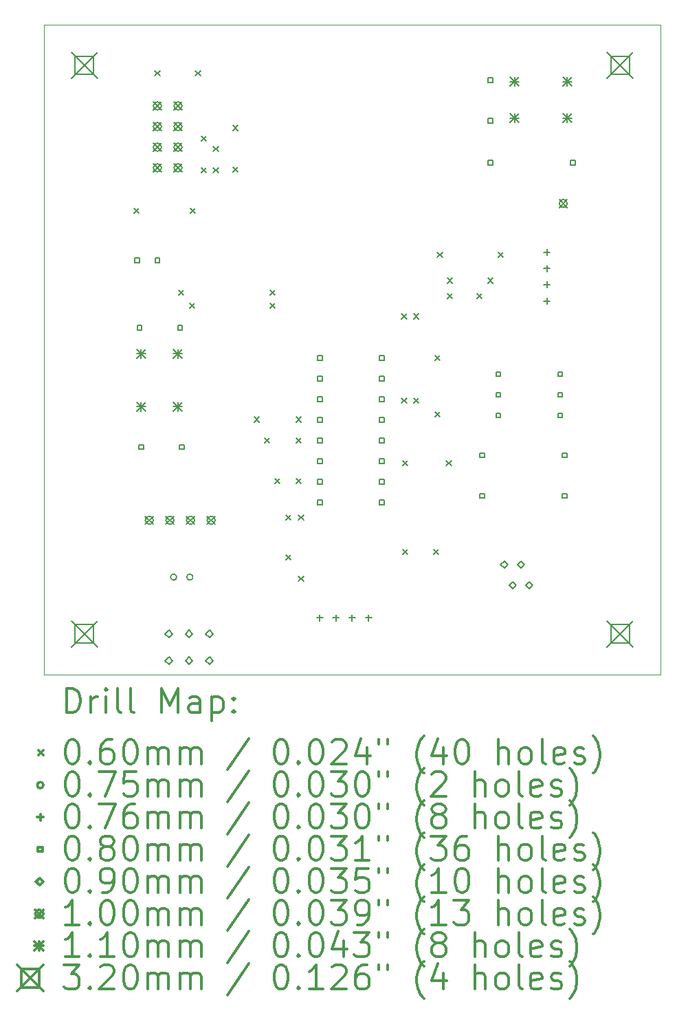
<source format=gbr>
%FSLAX45Y45*%
G04 Gerber Fmt 4.5, Leading zero omitted, Abs format (unit mm)*
G04 Created by KiCad (PCBNEW (5.1.8)-1) date 2021-01-08 10:56:24*
%MOMM*%
%LPD*%
G01*
G04 APERTURE LIST*
%TA.AperFunction,Profile*%
%ADD10C,0.100000*%
%TD*%
%ADD11C,0.200000*%
%ADD12C,0.300000*%
G04 APERTURE END LIST*
D10*
X18600000Y-5000000D02*
X11000000Y-5000000D01*
X18600000Y-5000000D02*
X18600000Y-13000000D01*
X11000000Y-13000000D02*
X11000000Y-5000000D01*
X18600000Y-13000000D02*
X11000000Y-13000000D01*
D11*
X12110000Y-7260000D02*
X12170000Y-7320000D01*
X12170000Y-7260000D02*
X12110000Y-7320000D01*
X12370000Y-5570000D02*
X12430000Y-5630000D01*
X12430000Y-5570000D02*
X12370000Y-5630000D01*
X12660000Y-8270000D02*
X12720000Y-8330000D01*
X12720000Y-8270000D02*
X12660000Y-8330000D01*
X12800000Y-8430000D02*
X12860000Y-8490000D01*
X12860000Y-8430000D02*
X12800000Y-8490000D01*
X12810000Y-7260000D02*
X12870000Y-7320000D01*
X12870000Y-7260000D02*
X12810000Y-7320000D01*
X12870000Y-5570000D02*
X12930000Y-5630000D01*
X12930000Y-5570000D02*
X12870000Y-5630000D01*
X12940000Y-6370000D02*
X13000000Y-6430000D01*
X13000000Y-6370000D02*
X12940000Y-6430000D01*
X12940000Y-6760000D02*
X13000000Y-6820000D01*
X13000000Y-6760000D02*
X12940000Y-6820000D01*
X13090000Y-6495000D02*
X13150000Y-6555000D01*
X13150000Y-6495000D02*
X13090000Y-6555000D01*
X13090000Y-6760000D02*
X13150000Y-6820000D01*
X13150000Y-6760000D02*
X13090000Y-6820000D01*
X13330000Y-6240000D02*
X13390000Y-6300000D01*
X13390000Y-6240000D02*
X13330000Y-6300000D01*
X13330000Y-6750500D02*
X13390000Y-6810500D01*
X13390000Y-6750500D02*
X13330000Y-6810500D01*
X13590000Y-9830000D02*
X13650000Y-9890000D01*
X13650000Y-9830000D02*
X13590000Y-9890000D01*
X13720000Y-10090000D02*
X13780000Y-10150000D01*
X13780000Y-10090000D02*
X13720000Y-10150000D01*
X13790000Y-8270000D02*
X13850000Y-8330000D01*
X13850000Y-8270000D02*
X13790000Y-8330000D01*
X13790000Y-8430000D02*
X13850000Y-8490000D01*
X13850000Y-8430000D02*
X13790000Y-8490000D01*
X13850000Y-10590000D02*
X13910000Y-10650000D01*
X13910000Y-10590000D02*
X13850000Y-10650000D01*
X13980000Y-11040000D02*
X14040000Y-11100000D01*
X14040000Y-11040000D02*
X13980000Y-11100000D01*
X13980000Y-11530000D02*
X14040000Y-11590000D01*
X14040000Y-11530000D02*
X13980000Y-11590000D01*
X14110000Y-9830000D02*
X14170000Y-9890000D01*
X14170000Y-9830000D02*
X14110000Y-9890000D01*
X14110000Y-10090000D02*
X14170000Y-10150000D01*
X14170000Y-10090000D02*
X14110000Y-10150000D01*
X14110000Y-10590000D02*
X14170000Y-10650000D01*
X14170000Y-10590000D02*
X14110000Y-10650000D01*
X14140000Y-11040000D02*
X14200000Y-11100000D01*
X14200000Y-11040000D02*
X14140000Y-11100000D01*
X14140000Y-11790000D02*
X14200000Y-11850000D01*
X14200000Y-11790000D02*
X14140000Y-11850000D01*
X15410000Y-8560000D02*
X15470000Y-8620000D01*
X15470000Y-8560000D02*
X15410000Y-8620000D01*
X15410000Y-9600000D02*
X15470000Y-9660000D01*
X15470000Y-9600000D02*
X15410000Y-9660000D01*
X15420000Y-10370000D02*
X15480000Y-10430000D01*
X15480000Y-10370000D02*
X15420000Y-10430000D01*
X15420000Y-11460000D02*
X15480000Y-11520000D01*
X15480000Y-11460000D02*
X15420000Y-11520000D01*
X15560000Y-8560000D02*
X15620000Y-8620000D01*
X15620000Y-8560000D02*
X15560000Y-8620000D01*
X15560000Y-9600000D02*
X15620000Y-9660000D01*
X15620000Y-9600000D02*
X15560000Y-9660000D01*
X15800000Y-11460000D02*
X15860000Y-11520000D01*
X15860000Y-11460000D02*
X15800000Y-11520000D01*
X15820000Y-9070000D02*
X15880000Y-9130000D01*
X15880000Y-9070000D02*
X15820000Y-9130000D01*
X15820000Y-9770000D02*
X15880000Y-9830000D01*
X15880000Y-9770000D02*
X15820000Y-9830000D01*
X15850000Y-7800000D02*
X15910000Y-7860000D01*
X15910000Y-7800000D02*
X15850000Y-7860000D01*
X15960000Y-10370000D02*
X16020000Y-10430000D01*
X16020000Y-10370000D02*
X15960000Y-10430000D01*
X15970000Y-8120000D02*
X16030000Y-8180000D01*
X16030000Y-8120000D02*
X15970000Y-8180000D01*
X15970000Y-8310000D02*
X16030000Y-8370000D01*
X16030000Y-8310000D02*
X15970000Y-8370000D01*
X16340000Y-8310000D02*
X16400000Y-8370000D01*
X16400000Y-8310000D02*
X16340000Y-8370000D01*
X16470000Y-8120000D02*
X16530000Y-8180000D01*
X16530000Y-8120000D02*
X16470000Y-8180000D01*
X16600000Y-7800000D02*
X16660000Y-7860000D01*
X16660000Y-7800000D02*
X16600000Y-7860000D01*
X12637500Y-11800000D02*
G75*
G03*
X12637500Y-11800000I-37500J0D01*
G01*
X12837500Y-11800000D02*
G75*
G03*
X12837500Y-11800000I-37500J0D01*
G01*
X17200000Y-7761900D02*
X17200000Y-7838100D01*
X17161900Y-7800000D02*
X17238100Y-7800000D01*
X17200000Y-7961900D02*
X17200000Y-8038100D01*
X17161900Y-8000000D02*
X17238100Y-8000000D01*
X17200000Y-8161900D02*
X17200000Y-8238100D01*
X17161900Y-8200000D02*
X17238100Y-8200000D01*
X17200000Y-8361900D02*
X17200000Y-8438100D01*
X17161900Y-8400000D02*
X17238100Y-8400000D01*
X14400000Y-12261900D02*
X14400000Y-12338100D01*
X14361900Y-12300000D02*
X14438100Y-12300000D01*
X14600000Y-12261900D02*
X14600000Y-12338100D01*
X14561900Y-12300000D02*
X14638100Y-12300000D01*
X14800000Y-12261900D02*
X14800000Y-12338100D01*
X14761900Y-12300000D02*
X14838100Y-12300000D01*
X15000000Y-12261900D02*
X15000000Y-12338100D01*
X14961900Y-12300000D02*
X15038100Y-12300000D01*
X16428284Y-10828285D02*
X16428284Y-10771716D01*
X16371715Y-10771716D01*
X16371715Y-10828285D01*
X16428284Y-10828285D01*
X17444285Y-10828285D02*
X17444285Y-10771716D01*
X17387716Y-10771716D01*
X17387716Y-10828285D01*
X17444285Y-10828285D01*
X12178284Y-7928284D02*
X12178284Y-7871715D01*
X12121715Y-7871715D01*
X12121715Y-7928284D01*
X12178284Y-7928284D01*
X12428284Y-7928284D02*
X12428284Y-7871715D01*
X12371715Y-7871715D01*
X12371715Y-7928284D01*
X12428284Y-7928284D01*
X16528284Y-6728284D02*
X16528284Y-6671715D01*
X16471715Y-6671715D01*
X16471715Y-6728284D01*
X16528284Y-6728284D01*
X17544285Y-6728284D02*
X17544285Y-6671715D01*
X17487716Y-6671715D01*
X17487716Y-6728284D01*
X17544285Y-6728284D01*
X12228284Y-10228285D02*
X12228284Y-10171716D01*
X12171715Y-10171716D01*
X12171715Y-10228285D01*
X12228284Y-10228285D01*
X12728284Y-10228285D02*
X12728284Y-10171716D01*
X12671715Y-10171716D01*
X12671715Y-10228285D01*
X12728284Y-10228285D01*
X14428284Y-9128285D02*
X14428284Y-9071716D01*
X14371715Y-9071716D01*
X14371715Y-9128285D01*
X14428284Y-9128285D01*
X14428284Y-9382285D02*
X14428284Y-9325716D01*
X14371715Y-9325716D01*
X14371715Y-9382285D01*
X14428284Y-9382285D01*
X14428284Y-9636285D02*
X14428284Y-9579716D01*
X14371715Y-9579716D01*
X14371715Y-9636285D01*
X14428284Y-9636285D01*
X14428284Y-9890285D02*
X14428284Y-9833716D01*
X14371715Y-9833716D01*
X14371715Y-9890285D01*
X14428284Y-9890285D01*
X14428284Y-10144285D02*
X14428284Y-10087716D01*
X14371715Y-10087716D01*
X14371715Y-10144285D01*
X14428284Y-10144285D01*
X14428284Y-10398285D02*
X14428284Y-10341716D01*
X14371715Y-10341716D01*
X14371715Y-10398285D01*
X14428284Y-10398285D01*
X14428284Y-10652285D02*
X14428284Y-10595716D01*
X14371715Y-10595716D01*
X14371715Y-10652285D01*
X14428284Y-10652285D01*
X14428284Y-10906285D02*
X14428284Y-10849716D01*
X14371715Y-10849716D01*
X14371715Y-10906285D01*
X14428284Y-10906285D01*
X15190284Y-9128285D02*
X15190284Y-9071716D01*
X15133715Y-9071716D01*
X15133715Y-9128285D01*
X15190284Y-9128285D01*
X15190284Y-9382285D02*
X15190284Y-9325716D01*
X15133715Y-9325716D01*
X15133715Y-9382285D01*
X15190284Y-9382285D01*
X15190284Y-9636285D02*
X15190284Y-9579716D01*
X15133715Y-9579716D01*
X15133715Y-9636285D01*
X15190284Y-9636285D01*
X15190284Y-9890285D02*
X15190284Y-9833716D01*
X15133715Y-9833716D01*
X15133715Y-9890285D01*
X15190284Y-9890285D01*
X15190284Y-10144285D02*
X15190284Y-10087716D01*
X15133715Y-10087716D01*
X15133715Y-10144285D01*
X15190284Y-10144285D01*
X15190284Y-10398285D02*
X15190284Y-10341716D01*
X15133715Y-10341716D01*
X15133715Y-10398285D01*
X15190284Y-10398285D01*
X15190284Y-10652285D02*
X15190284Y-10595716D01*
X15133715Y-10595716D01*
X15133715Y-10652285D01*
X15190284Y-10652285D01*
X15190284Y-10906285D02*
X15190284Y-10849716D01*
X15133715Y-10849716D01*
X15133715Y-10906285D01*
X15190284Y-10906285D01*
X16428284Y-10328285D02*
X16428284Y-10271716D01*
X16371715Y-10271716D01*
X16371715Y-10328285D01*
X16428284Y-10328285D01*
X17444285Y-10328285D02*
X17444285Y-10271716D01*
X17387716Y-10271716D01*
X17387716Y-10328285D01*
X17444285Y-10328285D01*
X16628284Y-9328285D02*
X16628284Y-9271716D01*
X16571715Y-9271716D01*
X16571715Y-9328285D01*
X16628284Y-9328285D01*
X16628284Y-9582285D02*
X16628284Y-9525716D01*
X16571715Y-9525716D01*
X16571715Y-9582285D01*
X16628284Y-9582285D01*
X16628284Y-9836285D02*
X16628284Y-9779716D01*
X16571715Y-9779716D01*
X16571715Y-9836285D01*
X16628284Y-9836285D01*
X17390285Y-9328285D02*
X17390285Y-9271716D01*
X17333716Y-9271716D01*
X17333716Y-9328285D01*
X17390285Y-9328285D01*
X17390285Y-9582285D02*
X17390285Y-9525716D01*
X17333716Y-9525716D01*
X17333716Y-9582285D01*
X17390285Y-9582285D01*
X17390285Y-9836285D02*
X17390285Y-9779716D01*
X17333716Y-9779716D01*
X17333716Y-9836285D01*
X17390285Y-9836285D01*
X12208284Y-8758285D02*
X12208284Y-8701716D01*
X12151715Y-8701716D01*
X12151715Y-8758285D01*
X12208284Y-8758285D01*
X12708284Y-8758285D02*
X12708284Y-8701716D01*
X12651715Y-8701716D01*
X12651715Y-8758285D01*
X12708284Y-8758285D01*
X16528284Y-5708284D02*
X16528284Y-5651715D01*
X16471715Y-5651715D01*
X16471715Y-5708284D01*
X16528284Y-5708284D01*
X16528284Y-6208284D02*
X16528284Y-6151715D01*
X16471715Y-6151715D01*
X16471715Y-6208284D01*
X16528284Y-6208284D01*
X16674000Y-11691000D02*
X16719000Y-11646000D01*
X16674000Y-11601000D01*
X16629000Y-11646000D01*
X16674000Y-11691000D01*
X16776000Y-11945000D02*
X16821000Y-11900000D01*
X16776000Y-11855000D01*
X16731000Y-11900000D01*
X16776000Y-11945000D01*
X16878000Y-11691000D02*
X16923000Y-11646000D01*
X16878000Y-11601000D01*
X16833000Y-11646000D01*
X16878000Y-11691000D01*
X16980000Y-11945000D02*
X17025000Y-11900000D01*
X16980000Y-11855000D01*
X16935000Y-11900000D01*
X16980000Y-11945000D01*
X12540000Y-12545000D02*
X12585000Y-12500000D01*
X12540000Y-12455000D01*
X12495000Y-12500000D01*
X12540000Y-12545000D01*
X12540000Y-12875000D02*
X12585000Y-12830000D01*
X12540000Y-12785000D01*
X12495000Y-12830000D01*
X12540000Y-12875000D01*
X12790000Y-12545000D02*
X12835000Y-12500000D01*
X12790000Y-12455000D01*
X12745000Y-12500000D01*
X12790000Y-12545000D01*
X12790000Y-12875000D02*
X12835000Y-12830000D01*
X12790000Y-12785000D01*
X12745000Y-12830000D01*
X12790000Y-12875000D01*
X13040000Y-12545000D02*
X13085000Y-12500000D01*
X13040000Y-12455000D01*
X12995000Y-12500000D01*
X13040000Y-12545000D01*
X13040000Y-12875000D02*
X13085000Y-12830000D01*
X13040000Y-12785000D01*
X12995000Y-12830000D01*
X13040000Y-12875000D01*
X12350000Y-5950000D02*
X12450000Y-6050000D01*
X12450000Y-5950000D02*
X12350000Y-6050000D01*
X12450000Y-6000000D02*
G75*
G03*
X12450000Y-6000000I-50000J0D01*
G01*
X12350000Y-6204000D02*
X12450000Y-6304000D01*
X12450000Y-6204000D02*
X12350000Y-6304000D01*
X12450000Y-6254000D02*
G75*
G03*
X12450000Y-6254000I-50000J0D01*
G01*
X12350000Y-6458000D02*
X12450000Y-6558000D01*
X12450000Y-6458000D02*
X12350000Y-6558000D01*
X12450000Y-6508000D02*
G75*
G03*
X12450000Y-6508000I-50000J0D01*
G01*
X12350000Y-6712000D02*
X12450000Y-6812000D01*
X12450000Y-6712000D02*
X12350000Y-6812000D01*
X12450000Y-6762000D02*
G75*
G03*
X12450000Y-6762000I-50000J0D01*
G01*
X12604000Y-5950000D02*
X12704000Y-6050000D01*
X12704000Y-5950000D02*
X12604000Y-6050000D01*
X12704000Y-6000000D02*
G75*
G03*
X12704000Y-6000000I-50000J0D01*
G01*
X12604000Y-6204000D02*
X12704000Y-6304000D01*
X12704000Y-6204000D02*
X12604000Y-6304000D01*
X12704000Y-6254000D02*
G75*
G03*
X12704000Y-6254000I-50000J0D01*
G01*
X12604000Y-6458000D02*
X12704000Y-6558000D01*
X12704000Y-6458000D02*
X12604000Y-6558000D01*
X12704000Y-6508000D02*
G75*
G03*
X12704000Y-6508000I-50000J0D01*
G01*
X12604000Y-6712000D02*
X12704000Y-6812000D01*
X12704000Y-6712000D02*
X12604000Y-6812000D01*
X12704000Y-6762000D02*
G75*
G03*
X12704000Y-6762000I-50000J0D01*
G01*
X12250000Y-11050000D02*
X12350000Y-11150000D01*
X12350000Y-11050000D02*
X12250000Y-11150000D01*
X12350000Y-11100000D02*
G75*
G03*
X12350000Y-11100000I-50000J0D01*
G01*
X12504000Y-11050000D02*
X12604000Y-11150000D01*
X12604000Y-11050000D02*
X12504000Y-11150000D01*
X12604000Y-11100000D02*
G75*
G03*
X12604000Y-11100000I-50000J0D01*
G01*
X12758000Y-11050000D02*
X12858000Y-11150000D01*
X12858000Y-11050000D02*
X12758000Y-11150000D01*
X12858000Y-11100000D02*
G75*
G03*
X12858000Y-11100000I-50000J0D01*
G01*
X13012000Y-11050000D02*
X13112000Y-11150000D01*
X13112000Y-11050000D02*
X13012000Y-11150000D01*
X13112000Y-11100000D02*
G75*
G03*
X13112000Y-11100000I-50000J0D01*
G01*
X17350000Y-7150000D02*
X17450000Y-7250000D01*
X17450000Y-7150000D02*
X17350000Y-7250000D01*
X17450000Y-7200000D02*
G75*
G03*
X17450000Y-7200000I-50000J0D01*
G01*
X16745000Y-5645000D02*
X16855000Y-5755000D01*
X16855000Y-5645000D02*
X16745000Y-5755000D01*
X16800000Y-5645000D02*
X16800000Y-5755000D01*
X16745000Y-5700000D02*
X16855000Y-5700000D01*
X16745000Y-6095000D02*
X16855000Y-6205000D01*
X16855000Y-6095000D02*
X16745000Y-6205000D01*
X16800000Y-6095000D02*
X16800000Y-6205000D01*
X16745000Y-6150000D02*
X16855000Y-6150000D01*
X17395000Y-5645000D02*
X17505000Y-5755000D01*
X17505000Y-5645000D02*
X17395000Y-5755000D01*
X17450000Y-5645000D02*
X17450000Y-5755000D01*
X17395000Y-5700000D02*
X17505000Y-5700000D01*
X17395000Y-6095000D02*
X17505000Y-6205000D01*
X17505000Y-6095000D02*
X17395000Y-6205000D01*
X17450000Y-6095000D02*
X17450000Y-6205000D01*
X17395000Y-6150000D02*
X17505000Y-6150000D01*
X12145000Y-8995000D02*
X12255000Y-9105000D01*
X12255000Y-8995000D02*
X12145000Y-9105000D01*
X12200000Y-8995000D02*
X12200000Y-9105000D01*
X12145000Y-9050000D02*
X12255000Y-9050000D01*
X12145000Y-9645000D02*
X12255000Y-9755000D01*
X12255000Y-9645000D02*
X12145000Y-9755000D01*
X12200000Y-9645000D02*
X12200000Y-9755000D01*
X12145000Y-9700000D02*
X12255000Y-9700000D01*
X12595000Y-8995000D02*
X12705000Y-9105000D01*
X12705000Y-8995000D02*
X12595000Y-9105000D01*
X12650000Y-8995000D02*
X12650000Y-9105000D01*
X12595000Y-9050000D02*
X12705000Y-9050000D01*
X12595000Y-9645000D02*
X12705000Y-9755000D01*
X12705000Y-9645000D02*
X12595000Y-9755000D01*
X12650000Y-9645000D02*
X12650000Y-9755000D01*
X12595000Y-9700000D02*
X12705000Y-9700000D01*
X17940000Y-5340000D02*
X18260000Y-5660000D01*
X18260000Y-5340000D02*
X17940000Y-5660000D01*
X18213138Y-5613138D02*
X18213138Y-5386862D01*
X17986862Y-5386862D01*
X17986862Y-5613138D01*
X18213138Y-5613138D01*
X11340000Y-12340000D02*
X11660000Y-12660000D01*
X11660000Y-12340000D02*
X11340000Y-12660000D01*
X11613138Y-12613138D02*
X11613138Y-12386862D01*
X11386862Y-12386862D01*
X11386862Y-12613138D01*
X11613138Y-12613138D01*
X17940000Y-12340000D02*
X18260000Y-12660000D01*
X18260000Y-12340000D02*
X17940000Y-12660000D01*
X18213138Y-12613138D02*
X18213138Y-12386862D01*
X17986862Y-12386862D01*
X17986862Y-12613138D01*
X18213138Y-12613138D01*
X11340000Y-5340000D02*
X11660000Y-5660000D01*
X11660000Y-5340000D02*
X11340000Y-5660000D01*
X11613138Y-5613138D02*
X11613138Y-5386862D01*
X11386862Y-5386862D01*
X11386862Y-5613138D01*
X11613138Y-5613138D01*
D12*
X11281428Y-13470714D02*
X11281428Y-13170714D01*
X11352857Y-13170714D01*
X11395714Y-13185000D01*
X11424286Y-13213571D01*
X11438571Y-13242143D01*
X11452857Y-13299286D01*
X11452857Y-13342143D01*
X11438571Y-13399286D01*
X11424286Y-13427857D01*
X11395714Y-13456429D01*
X11352857Y-13470714D01*
X11281428Y-13470714D01*
X11581428Y-13470714D02*
X11581428Y-13270714D01*
X11581428Y-13327857D02*
X11595714Y-13299286D01*
X11610000Y-13285000D01*
X11638571Y-13270714D01*
X11667143Y-13270714D01*
X11767143Y-13470714D02*
X11767143Y-13270714D01*
X11767143Y-13170714D02*
X11752857Y-13185000D01*
X11767143Y-13199286D01*
X11781428Y-13185000D01*
X11767143Y-13170714D01*
X11767143Y-13199286D01*
X11952857Y-13470714D02*
X11924286Y-13456429D01*
X11910000Y-13427857D01*
X11910000Y-13170714D01*
X12110000Y-13470714D02*
X12081428Y-13456429D01*
X12067143Y-13427857D01*
X12067143Y-13170714D01*
X12452857Y-13470714D02*
X12452857Y-13170714D01*
X12552857Y-13385000D01*
X12652857Y-13170714D01*
X12652857Y-13470714D01*
X12924286Y-13470714D02*
X12924286Y-13313571D01*
X12910000Y-13285000D01*
X12881428Y-13270714D01*
X12824286Y-13270714D01*
X12795714Y-13285000D01*
X12924286Y-13456429D02*
X12895714Y-13470714D01*
X12824286Y-13470714D01*
X12795714Y-13456429D01*
X12781428Y-13427857D01*
X12781428Y-13399286D01*
X12795714Y-13370714D01*
X12824286Y-13356429D01*
X12895714Y-13356429D01*
X12924286Y-13342143D01*
X13067143Y-13270714D02*
X13067143Y-13570714D01*
X13067143Y-13285000D02*
X13095714Y-13270714D01*
X13152857Y-13270714D01*
X13181428Y-13285000D01*
X13195714Y-13299286D01*
X13210000Y-13327857D01*
X13210000Y-13413571D01*
X13195714Y-13442143D01*
X13181428Y-13456429D01*
X13152857Y-13470714D01*
X13095714Y-13470714D01*
X13067143Y-13456429D01*
X13338571Y-13442143D02*
X13352857Y-13456429D01*
X13338571Y-13470714D01*
X13324286Y-13456429D01*
X13338571Y-13442143D01*
X13338571Y-13470714D01*
X13338571Y-13285000D02*
X13352857Y-13299286D01*
X13338571Y-13313571D01*
X13324286Y-13299286D01*
X13338571Y-13285000D01*
X13338571Y-13313571D01*
X10935000Y-13935000D02*
X10995000Y-13995000D01*
X10995000Y-13935000D02*
X10935000Y-13995000D01*
X11338571Y-13800714D02*
X11367143Y-13800714D01*
X11395714Y-13815000D01*
X11410000Y-13829286D01*
X11424286Y-13857857D01*
X11438571Y-13915000D01*
X11438571Y-13986429D01*
X11424286Y-14043571D01*
X11410000Y-14072143D01*
X11395714Y-14086429D01*
X11367143Y-14100714D01*
X11338571Y-14100714D01*
X11310000Y-14086429D01*
X11295714Y-14072143D01*
X11281428Y-14043571D01*
X11267143Y-13986429D01*
X11267143Y-13915000D01*
X11281428Y-13857857D01*
X11295714Y-13829286D01*
X11310000Y-13815000D01*
X11338571Y-13800714D01*
X11567143Y-14072143D02*
X11581428Y-14086429D01*
X11567143Y-14100714D01*
X11552857Y-14086429D01*
X11567143Y-14072143D01*
X11567143Y-14100714D01*
X11838571Y-13800714D02*
X11781428Y-13800714D01*
X11752857Y-13815000D01*
X11738571Y-13829286D01*
X11710000Y-13872143D01*
X11695714Y-13929286D01*
X11695714Y-14043571D01*
X11710000Y-14072143D01*
X11724286Y-14086429D01*
X11752857Y-14100714D01*
X11810000Y-14100714D01*
X11838571Y-14086429D01*
X11852857Y-14072143D01*
X11867143Y-14043571D01*
X11867143Y-13972143D01*
X11852857Y-13943571D01*
X11838571Y-13929286D01*
X11810000Y-13915000D01*
X11752857Y-13915000D01*
X11724286Y-13929286D01*
X11710000Y-13943571D01*
X11695714Y-13972143D01*
X12052857Y-13800714D02*
X12081428Y-13800714D01*
X12110000Y-13815000D01*
X12124286Y-13829286D01*
X12138571Y-13857857D01*
X12152857Y-13915000D01*
X12152857Y-13986429D01*
X12138571Y-14043571D01*
X12124286Y-14072143D01*
X12110000Y-14086429D01*
X12081428Y-14100714D01*
X12052857Y-14100714D01*
X12024286Y-14086429D01*
X12010000Y-14072143D01*
X11995714Y-14043571D01*
X11981428Y-13986429D01*
X11981428Y-13915000D01*
X11995714Y-13857857D01*
X12010000Y-13829286D01*
X12024286Y-13815000D01*
X12052857Y-13800714D01*
X12281428Y-14100714D02*
X12281428Y-13900714D01*
X12281428Y-13929286D02*
X12295714Y-13915000D01*
X12324286Y-13900714D01*
X12367143Y-13900714D01*
X12395714Y-13915000D01*
X12410000Y-13943571D01*
X12410000Y-14100714D01*
X12410000Y-13943571D02*
X12424286Y-13915000D01*
X12452857Y-13900714D01*
X12495714Y-13900714D01*
X12524286Y-13915000D01*
X12538571Y-13943571D01*
X12538571Y-14100714D01*
X12681428Y-14100714D02*
X12681428Y-13900714D01*
X12681428Y-13929286D02*
X12695714Y-13915000D01*
X12724286Y-13900714D01*
X12767143Y-13900714D01*
X12795714Y-13915000D01*
X12810000Y-13943571D01*
X12810000Y-14100714D01*
X12810000Y-13943571D02*
X12824286Y-13915000D01*
X12852857Y-13900714D01*
X12895714Y-13900714D01*
X12924286Y-13915000D01*
X12938571Y-13943571D01*
X12938571Y-14100714D01*
X13524286Y-13786429D02*
X13267143Y-14172143D01*
X13910000Y-13800714D02*
X13938571Y-13800714D01*
X13967143Y-13815000D01*
X13981428Y-13829286D01*
X13995714Y-13857857D01*
X14010000Y-13915000D01*
X14010000Y-13986429D01*
X13995714Y-14043571D01*
X13981428Y-14072143D01*
X13967143Y-14086429D01*
X13938571Y-14100714D01*
X13910000Y-14100714D01*
X13881428Y-14086429D01*
X13867143Y-14072143D01*
X13852857Y-14043571D01*
X13838571Y-13986429D01*
X13838571Y-13915000D01*
X13852857Y-13857857D01*
X13867143Y-13829286D01*
X13881428Y-13815000D01*
X13910000Y-13800714D01*
X14138571Y-14072143D02*
X14152857Y-14086429D01*
X14138571Y-14100714D01*
X14124286Y-14086429D01*
X14138571Y-14072143D01*
X14138571Y-14100714D01*
X14338571Y-13800714D02*
X14367143Y-13800714D01*
X14395714Y-13815000D01*
X14410000Y-13829286D01*
X14424286Y-13857857D01*
X14438571Y-13915000D01*
X14438571Y-13986429D01*
X14424286Y-14043571D01*
X14410000Y-14072143D01*
X14395714Y-14086429D01*
X14367143Y-14100714D01*
X14338571Y-14100714D01*
X14310000Y-14086429D01*
X14295714Y-14072143D01*
X14281428Y-14043571D01*
X14267143Y-13986429D01*
X14267143Y-13915000D01*
X14281428Y-13857857D01*
X14295714Y-13829286D01*
X14310000Y-13815000D01*
X14338571Y-13800714D01*
X14552857Y-13829286D02*
X14567143Y-13815000D01*
X14595714Y-13800714D01*
X14667143Y-13800714D01*
X14695714Y-13815000D01*
X14710000Y-13829286D01*
X14724286Y-13857857D01*
X14724286Y-13886429D01*
X14710000Y-13929286D01*
X14538571Y-14100714D01*
X14724286Y-14100714D01*
X14981428Y-13900714D02*
X14981428Y-14100714D01*
X14910000Y-13786429D02*
X14838571Y-14000714D01*
X15024286Y-14000714D01*
X15124286Y-13800714D02*
X15124286Y-13857857D01*
X15238571Y-13800714D02*
X15238571Y-13857857D01*
X15681428Y-14215000D02*
X15667143Y-14200714D01*
X15638571Y-14157857D01*
X15624286Y-14129286D01*
X15610000Y-14086429D01*
X15595714Y-14015000D01*
X15595714Y-13957857D01*
X15610000Y-13886429D01*
X15624286Y-13843571D01*
X15638571Y-13815000D01*
X15667143Y-13772143D01*
X15681428Y-13757857D01*
X15924286Y-13900714D02*
X15924286Y-14100714D01*
X15852857Y-13786429D02*
X15781428Y-14000714D01*
X15967143Y-14000714D01*
X16138571Y-13800714D02*
X16167143Y-13800714D01*
X16195714Y-13815000D01*
X16210000Y-13829286D01*
X16224286Y-13857857D01*
X16238571Y-13915000D01*
X16238571Y-13986429D01*
X16224286Y-14043571D01*
X16210000Y-14072143D01*
X16195714Y-14086429D01*
X16167143Y-14100714D01*
X16138571Y-14100714D01*
X16110000Y-14086429D01*
X16095714Y-14072143D01*
X16081428Y-14043571D01*
X16067143Y-13986429D01*
X16067143Y-13915000D01*
X16081428Y-13857857D01*
X16095714Y-13829286D01*
X16110000Y-13815000D01*
X16138571Y-13800714D01*
X16595714Y-14100714D02*
X16595714Y-13800714D01*
X16724286Y-14100714D02*
X16724286Y-13943571D01*
X16710000Y-13915000D01*
X16681428Y-13900714D01*
X16638571Y-13900714D01*
X16610000Y-13915000D01*
X16595714Y-13929286D01*
X16910000Y-14100714D02*
X16881428Y-14086429D01*
X16867143Y-14072143D01*
X16852857Y-14043571D01*
X16852857Y-13957857D01*
X16867143Y-13929286D01*
X16881428Y-13915000D01*
X16910000Y-13900714D01*
X16952857Y-13900714D01*
X16981428Y-13915000D01*
X16995714Y-13929286D01*
X17010000Y-13957857D01*
X17010000Y-14043571D01*
X16995714Y-14072143D01*
X16981428Y-14086429D01*
X16952857Y-14100714D01*
X16910000Y-14100714D01*
X17181428Y-14100714D02*
X17152857Y-14086429D01*
X17138571Y-14057857D01*
X17138571Y-13800714D01*
X17410000Y-14086429D02*
X17381428Y-14100714D01*
X17324286Y-14100714D01*
X17295714Y-14086429D01*
X17281428Y-14057857D01*
X17281428Y-13943571D01*
X17295714Y-13915000D01*
X17324286Y-13900714D01*
X17381428Y-13900714D01*
X17410000Y-13915000D01*
X17424286Y-13943571D01*
X17424286Y-13972143D01*
X17281428Y-14000714D01*
X17538571Y-14086429D02*
X17567143Y-14100714D01*
X17624286Y-14100714D01*
X17652857Y-14086429D01*
X17667143Y-14057857D01*
X17667143Y-14043571D01*
X17652857Y-14015000D01*
X17624286Y-14000714D01*
X17581428Y-14000714D01*
X17552857Y-13986429D01*
X17538571Y-13957857D01*
X17538571Y-13943571D01*
X17552857Y-13915000D01*
X17581428Y-13900714D01*
X17624286Y-13900714D01*
X17652857Y-13915000D01*
X17767143Y-14215000D02*
X17781428Y-14200714D01*
X17810000Y-14157857D01*
X17824286Y-14129286D01*
X17838571Y-14086429D01*
X17852857Y-14015000D01*
X17852857Y-13957857D01*
X17838571Y-13886429D01*
X17824286Y-13843571D01*
X17810000Y-13815000D01*
X17781428Y-13772143D01*
X17767143Y-13757857D01*
X10995000Y-14361000D02*
G75*
G03*
X10995000Y-14361000I-37500J0D01*
G01*
X11338571Y-14196714D02*
X11367143Y-14196714D01*
X11395714Y-14211000D01*
X11410000Y-14225286D01*
X11424286Y-14253857D01*
X11438571Y-14311000D01*
X11438571Y-14382429D01*
X11424286Y-14439571D01*
X11410000Y-14468143D01*
X11395714Y-14482429D01*
X11367143Y-14496714D01*
X11338571Y-14496714D01*
X11310000Y-14482429D01*
X11295714Y-14468143D01*
X11281428Y-14439571D01*
X11267143Y-14382429D01*
X11267143Y-14311000D01*
X11281428Y-14253857D01*
X11295714Y-14225286D01*
X11310000Y-14211000D01*
X11338571Y-14196714D01*
X11567143Y-14468143D02*
X11581428Y-14482429D01*
X11567143Y-14496714D01*
X11552857Y-14482429D01*
X11567143Y-14468143D01*
X11567143Y-14496714D01*
X11681428Y-14196714D02*
X11881428Y-14196714D01*
X11752857Y-14496714D01*
X12138571Y-14196714D02*
X11995714Y-14196714D01*
X11981428Y-14339571D01*
X11995714Y-14325286D01*
X12024286Y-14311000D01*
X12095714Y-14311000D01*
X12124286Y-14325286D01*
X12138571Y-14339571D01*
X12152857Y-14368143D01*
X12152857Y-14439571D01*
X12138571Y-14468143D01*
X12124286Y-14482429D01*
X12095714Y-14496714D01*
X12024286Y-14496714D01*
X11995714Y-14482429D01*
X11981428Y-14468143D01*
X12281428Y-14496714D02*
X12281428Y-14296714D01*
X12281428Y-14325286D02*
X12295714Y-14311000D01*
X12324286Y-14296714D01*
X12367143Y-14296714D01*
X12395714Y-14311000D01*
X12410000Y-14339571D01*
X12410000Y-14496714D01*
X12410000Y-14339571D02*
X12424286Y-14311000D01*
X12452857Y-14296714D01*
X12495714Y-14296714D01*
X12524286Y-14311000D01*
X12538571Y-14339571D01*
X12538571Y-14496714D01*
X12681428Y-14496714D02*
X12681428Y-14296714D01*
X12681428Y-14325286D02*
X12695714Y-14311000D01*
X12724286Y-14296714D01*
X12767143Y-14296714D01*
X12795714Y-14311000D01*
X12810000Y-14339571D01*
X12810000Y-14496714D01*
X12810000Y-14339571D02*
X12824286Y-14311000D01*
X12852857Y-14296714D01*
X12895714Y-14296714D01*
X12924286Y-14311000D01*
X12938571Y-14339571D01*
X12938571Y-14496714D01*
X13524286Y-14182429D02*
X13267143Y-14568143D01*
X13910000Y-14196714D02*
X13938571Y-14196714D01*
X13967143Y-14211000D01*
X13981428Y-14225286D01*
X13995714Y-14253857D01*
X14010000Y-14311000D01*
X14010000Y-14382429D01*
X13995714Y-14439571D01*
X13981428Y-14468143D01*
X13967143Y-14482429D01*
X13938571Y-14496714D01*
X13910000Y-14496714D01*
X13881428Y-14482429D01*
X13867143Y-14468143D01*
X13852857Y-14439571D01*
X13838571Y-14382429D01*
X13838571Y-14311000D01*
X13852857Y-14253857D01*
X13867143Y-14225286D01*
X13881428Y-14211000D01*
X13910000Y-14196714D01*
X14138571Y-14468143D02*
X14152857Y-14482429D01*
X14138571Y-14496714D01*
X14124286Y-14482429D01*
X14138571Y-14468143D01*
X14138571Y-14496714D01*
X14338571Y-14196714D02*
X14367143Y-14196714D01*
X14395714Y-14211000D01*
X14410000Y-14225286D01*
X14424286Y-14253857D01*
X14438571Y-14311000D01*
X14438571Y-14382429D01*
X14424286Y-14439571D01*
X14410000Y-14468143D01*
X14395714Y-14482429D01*
X14367143Y-14496714D01*
X14338571Y-14496714D01*
X14310000Y-14482429D01*
X14295714Y-14468143D01*
X14281428Y-14439571D01*
X14267143Y-14382429D01*
X14267143Y-14311000D01*
X14281428Y-14253857D01*
X14295714Y-14225286D01*
X14310000Y-14211000D01*
X14338571Y-14196714D01*
X14538571Y-14196714D02*
X14724286Y-14196714D01*
X14624286Y-14311000D01*
X14667143Y-14311000D01*
X14695714Y-14325286D01*
X14710000Y-14339571D01*
X14724286Y-14368143D01*
X14724286Y-14439571D01*
X14710000Y-14468143D01*
X14695714Y-14482429D01*
X14667143Y-14496714D01*
X14581428Y-14496714D01*
X14552857Y-14482429D01*
X14538571Y-14468143D01*
X14910000Y-14196714D02*
X14938571Y-14196714D01*
X14967143Y-14211000D01*
X14981428Y-14225286D01*
X14995714Y-14253857D01*
X15010000Y-14311000D01*
X15010000Y-14382429D01*
X14995714Y-14439571D01*
X14981428Y-14468143D01*
X14967143Y-14482429D01*
X14938571Y-14496714D01*
X14910000Y-14496714D01*
X14881428Y-14482429D01*
X14867143Y-14468143D01*
X14852857Y-14439571D01*
X14838571Y-14382429D01*
X14838571Y-14311000D01*
X14852857Y-14253857D01*
X14867143Y-14225286D01*
X14881428Y-14211000D01*
X14910000Y-14196714D01*
X15124286Y-14196714D02*
X15124286Y-14253857D01*
X15238571Y-14196714D02*
X15238571Y-14253857D01*
X15681428Y-14611000D02*
X15667143Y-14596714D01*
X15638571Y-14553857D01*
X15624286Y-14525286D01*
X15610000Y-14482429D01*
X15595714Y-14411000D01*
X15595714Y-14353857D01*
X15610000Y-14282429D01*
X15624286Y-14239571D01*
X15638571Y-14211000D01*
X15667143Y-14168143D01*
X15681428Y-14153857D01*
X15781428Y-14225286D02*
X15795714Y-14211000D01*
X15824286Y-14196714D01*
X15895714Y-14196714D01*
X15924286Y-14211000D01*
X15938571Y-14225286D01*
X15952857Y-14253857D01*
X15952857Y-14282429D01*
X15938571Y-14325286D01*
X15767143Y-14496714D01*
X15952857Y-14496714D01*
X16310000Y-14496714D02*
X16310000Y-14196714D01*
X16438571Y-14496714D02*
X16438571Y-14339571D01*
X16424286Y-14311000D01*
X16395714Y-14296714D01*
X16352857Y-14296714D01*
X16324286Y-14311000D01*
X16310000Y-14325286D01*
X16624286Y-14496714D02*
X16595714Y-14482429D01*
X16581428Y-14468143D01*
X16567143Y-14439571D01*
X16567143Y-14353857D01*
X16581428Y-14325286D01*
X16595714Y-14311000D01*
X16624286Y-14296714D01*
X16667143Y-14296714D01*
X16695714Y-14311000D01*
X16710000Y-14325286D01*
X16724286Y-14353857D01*
X16724286Y-14439571D01*
X16710000Y-14468143D01*
X16695714Y-14482429D01*
X16667143Y-14496714D01*
X16624286Y-14496714D01*
X16895714Y-14496714D02*
X16867143Y-14482429D01*
X16852857Y-14453857D01*
X16852857Y-14196714D01*
X17124286Y-14482429D02*
X17095714Y-14496714D01*
X17038571Y-14496714D01*
X17010000Y-14482429D01*
X16995714Y-14453857D01*
X16995714Y-14339571D01*
X17010000Y-14311000D01*
X17038571Y-14296714D01*
X17095714Y-14296714D01*
X17124286Y-14311000D01*
X17138571Y-14339571D01*
X17138571Y-14368143D01*
X16995714Y-14396714D01*
X17252857Y-14482429D02*
X17281428Y-14496714D01*
X17338571Y-14496714D01*
X17367143Y-14482429D01*
X17381428Y-14453857D01*
X17381428Y-14439571D01*
X17367143Y-14411000D01*
X17338571Y-14396714D01*
X17295714Y-14396714D01*
X17267143Y-14382429D01*
X17252857Y-14353857D01*
X17252857Y-14339571D01*
X17267143Y-14311000D01*
X17295714Y-14296714D01*
X17338571Y-14296714D01*
X17367143Y-14311000D01*
X17481428Y-14611000D02*
X17495714Y-14596714D01*
X17524286Y-14553857D01*
X17538571Y-14525286D01*
X17552857Y-14482429D01*
X17567143Y-14411000D01*
X17567143Y-14353857D01*
X17552857Y-14282429D01*
X17538571Y-14239571D01*
X17524286Y-14211000D01*
X17495714Y-14168143D01*
X17481428Y-14153857D01*
X10956900Y-14718900D02*
X10956900Y-14795100D01*
X10918800Y-14757000D02*
X10995000Y-14757000D01*
X11338571Y-14592714D02*
X11367143Y-14592714D01*
X11395714Y-14607000D01*
X11410000Y-14621286D01*
X11424286Y-14649857D01*
X11438571Y-14707000D01*
X11438571Y-14778429D01*
X11424286Y-14835571D01*
X11410000Y-14864143D01*
X11395714Y-14878429D01*
X11367143Y-14892714D01*
X11338571Y-14892714D01*
X11310000Y-14878429D01*
X11295714Y-14864143D01*
X11281428Y-14835571D01*
X11267143Y-14778429D01*
X11267143Y-14707000D01*
X11281428Y-14649857D01*
X11295714Y-14621286D01*
X11310000Y-14607000D01*
X11338571Y-14592714D01*
X11567143Y-14864143D02*
X11581428Y-14878429D01*
X11567143Y-14892714D01*
X11552857Y-14878429D01*
X11567143Y-14864143D01*
X11567143Y-14892714D01*
X11681428Y-14592714D02*
X11881428Y-14592714D01*
X11752857Y-14892714D01*
X12124286Y-14592714D02*
X12067143Y-14592714D01*
X12038571Y-14607000D01*
X12024286Y-14621286D01*
X11995714Y-14664143D01*
X11981428Y-14721286D01*
X11981428Y-14835571D01*
X11995714Y-14864143D01*
X12010000Y-14878429D01*
X12038571Y-14892714D01*
X12095714Y-14892714D01*
X12124286Y-14878429D01*
X12138571Y-14864143D01*
X12152857Y-14835571D01*
X12152857Y-14764143D01*
X12138571Y-14735571D01*
X12124286Y-14721286D01*
X12095714Y-14707000D01*
X12038571Y-14707000D01*
X12010000Y-14721286D01*
X11995714Y-14735571D01*
X11981428Y-14764143D01*
X12281428Y-14892714D02*
X12281428Y-14692714D01*
X12281428Y-14721286D02*
X12295714Y-14707000D01*
X12324286Y-14692714D01*
X12367143Y-14692714D01*
X12395714Y-14707000D01*
X12410000Y-14735571D01*
X12410000Y-14892714D01*
X12410000Y-14735571D02*
X12424286Y-14707000D01*
X12452857Y-14692714D01*
X12495714Y-14692714D01*
X12524286Y-14707000D01*
X12538571Y-14735571D01*
X12538571Y-14892714D01*
X12681428Y-14892714D02*
X12681428Y-14692714D01*
X12681428Y-14721286D02*
X12695714Y-14707000D01*
X12724286Y-14692714D01*
X12767143Y-14692714D01*
X12795714Y-14707000D01*
X12810000Y-14735571D01*
X12810000Y-14892714D01*
X12810000Y-14735571D02*
X12824286Y-14707000D01*
X12852857Y-14692714D01*
X12895714Y-14692714D01*
X12924286Y-14707000D01*
X12938571Y-14735571D01*
X12938571Y-14892714D01*
X13524286Y-14578429D02*
X13267143Y-14964143D01*
X13910000Y-14592714D02*
X13938571Y-14592714D01*
X13967143Y-14607000D01*
X13981428Y-14621286D01*
X13995714Y-14649857D01*
X14010000Y-14707000D01*
X14010000Y-14778429D01*
X13995714Y-14835571D01*
X13981428Y-14864143D01*
X13967143Y-14878429D01*
X13938571Y-14892714D01*
X13910000Y-14892714D01*
X13881428Y-14878429D01*
X13867143Y-14864143D01*
X13852857Y-14835571D01*
X13838571Y-14778429D01*
X13838571Y-14707000D01*
X13852857Y-14649857D01*
X13867143Y-14621286D01*
X13881428Y-14607000D01*
X13910000Y-14592714D01*
X14138571Y-14864143D02*
X14152857Y-14878429D01*
X14138571Y-14892714D01*
X14124286Y-14878429D01*
X14138571Y-14864143D01*
X14138571Y-14892714D01*
X14338571Y-14592714D02*
X14367143Y-14592714D01*
X14395714Y-14607000D01*
X14410000Y-14621286D01*
X14424286Y-14649857D01*
X14438571Y-14707000D01*
X14438571Y-14778429D01*
X14424286Y-14835571D01*
X14410000Y-14864143D01*
X14395714Y-14878429D01*
X14367143Y-14892714D01*
X14338571Y-14892714D01*
X14310000Y-14878429D01*
X14295714Y-14864143D01*
X14281428Y-14835571D01*
X14267143Y-14778429D01*
X14267143Y-14707000D01*
X14281428Y-14649857D01*
X14295714Y-14621286D01*
X14310000Y-14607000D01*
X14338571Y-14592714D01*
X14538571Y-14592714D02*
X14724286Y-14592714D01*
X14624286Y-14707000D01*
X14667143Y-14707000D01*
X14695714Y-14721286D01*
X14710000Y-14735571D01*
X14724286Y-14764143D01*
X14724286Y-14835571D01*
X14710000Y-14864143D01*
X14695714Y-14878429D01*
X14667143Y-14892714D01*
X14581428Y-14892714D01*
X14552857Y-14878429D01*
X14538571Y-14864143D01*
X14910000Y-14592714D02*
X14938571Y-14592714D01*
X14967143Y-14607000D01*
X14981428Y-14621286D01*
X14995714Y-14649857D01*
X15010000Y-14707000D01*
X15010000Y-14778429D01*
X14995714Y-14835571D01*
X14981428Y-14864143D01*
X14967143Y-14878429D01*
X14938571Y-14892714D01*
X14910000Y-14892714D01*
X14881428Y-14878429D01*
X14867143Y-14864143D01*
X14852857Y-14835571D01*
X14838571Y-14778429D01*
X14838571Y-14707000D01*
X14852857Y-14649857D01*
X14867143Y-14621286D01*
X14881428Y-14607000D01*
X14910000Y-14592714D01*
X15124286Y-14592714D02*
X15124286Y-14649857D01*
X15238571Y-14592714D02*
X15238571Y-14649857D01*
X15681428Y-15007000D02*
X15667143Y-14992714D01*
X15638571Y-14949857D01*
X15624286Y-14921286D01*
X15610000Y-14878429D01*
X15595714Y-14807000D01*
X15595714Y-14749857D01*
X15610000Y-14678429D01*
X15624286Y-14635571D01*
X15638571Y-14607000D01*
X15667143Y-14564143D01*
X15681428Y-14549857D01*
X15838571Y-14721286D02*
X15810000Y-14707000D01*
X15795714Y-14692714D01*
X15781428Y-14664143D01*
X15781428Y-14649857D01*
X15795714Y-14621286D01*
X15810000Y-14607000D01*
X15838571Y-14592714D01*
X15895714Y-14592714D01*
X15924286Y-14607000D01*
X15938571Y-14621286D01*
X15952857Y-14649857D01*
X15952857Y-14664143D01*
X15938571Y-14692714D01*
X15924286Y-14707000D01*
X15895714Y-14721286D01*
X15838571Y-14721286D01*
X15810000Y-14735571D01*
X15795714Y-14749857D01*
X15781428Y-14778429D01*
X15781428Y-14835571D01*
X15795714Y-14864143D01*
X15810000Y-14878429D01*
X15838571Y-14892714D01*
X15895714Y-14892714D01*
X15924286Y-14878429D01*
X15938571Y-14864143D01*
X15952857Y-14835571D01*
X15952857Y-14778429D01*
X15938571Y-14749857D01*
X15924286Y-14735571D01*
X15895714Y-14721286D01*
X16310000Y-14892714D02*
X16310000Y-14592714D01*
X16438571Y-14892714D02*
X16438571Y-14735571D01*
X16424286Y-14707000D01*
X16395714Y-14692714D01*
X16352857Y-14692714D01*
X16324286Y-14707000D01*
X16310000Y-14721286D01*
X16624286Y-14892714D02*
X16595714Y-14878429D01*
X16581428Y-14864143D01*
X16567143Y-14835571D01*
X16567143Y-14749857D01*
X16581428Y-14721286D01*
X16595714Y-14707000D01*
X16624286Y-14692714D01*
X16667143Y-14692714D01*
X16695714Y-14707000D01*
X16710000Y-14721286D01*
X16724286Y-14749857D01*
X16724286Y-14835571D01*
X16710000Y-14864143D01*
X16695714Y-14878429D01*
X16667143Y-14892714D01*
X16624286Y-14892714D01*
X16895714Y-14892714D02*
X16867143Y-14878429D01*
X16852857Y-14849857D01*
X16852857Y-14592714D01*
X17124286Y-14878429D02*
X17095714Y-14892714D01*
X17038571Y-14892714D01*
X17010000Y-14878429D01*
X16995714Y-14849857D01*
X16995714Y-14735571D01*
X17010000Y-14707000D01*
X17038571Y-14692714D01*
X17095714Y-14692714D01*
X17124286Y-14707000D01*
X17138571Y-14735571D01*
X17138571Y-14764143D01*
X16995714Y-14792714D01*
X17252857Y-14878429D02*
X17281428Y-14892714D01*
X17338571Y-14892714D01*
X17367143Y-14878429D01*
X17381428Y-14849857D01*
X17381428Y-14835571D01*
X17367143Y-14807000D01*
X17338571Y-14792714D01*
X17295714Y-14792714D01*
X17267143Y-14778429D01*
X17252857Y-14749857D01*
X17252857Y-14735571D01*
X17267143Y-14707000D01*
X17295714Y-14692714D01*
X17338571Y-14692714D01*
X17367143Y-14707000D01*
X17481428Y-15007000D02*
X17495714Y-14992714D01*
X17524286Y-14949857D01*
X17538571Y-14921286D01*
X17552857Y-14878429D01*
X17567143Y-14807000D01*
X17567143Y-14749857D01*
X17552857Y-14678429D01*
X17538571Y-14635571D01*
X17524286Y-14607000D01*
X17495714Y-14564143D01*
X17481428Y-14549857D01*
X10983284Y-15181285D02*
X10983284Y-15124716D01*
X10926715Y-15124716D01*
X10926715Y-15181285D01*
X10983284Y-15181285D01*
X11338571Y-14988714D02*
X11367143Y-14988714D01*
X11395714Y-15003000D01*
X11410000Y-15017286D01*
X11424286Y-15045857D01*
X11438571Y-15103000D01*
X11438571Y-15174429D01*
X11424286Y-15231571D01*
X11410000Y-15260143D01*
X11395714Y-15274429D01*
X11367143Y-15288714D01*
X11338571Y-15288714D01*
X11310000Y-15274429D01*
X11295714Y-15260143D01*
X11281428Y-15231571D01*
X11267143Y-15174429D01*
X11267143Y-15103000D01*
X11281428Y-15045857D01*
X11295714Y-15017286D01*
X11310000Y-15003000D01*
X11338571Y-14988714D01*
X11567143Y-15260143D02*
X11581428Y-15274429D01*
X11567143Y-15288714D01*
X11552857Y-15274429D01*
X11567143Y-15260143D01*
X11567143Y-15288714D01*
X11752857Y-15117286D02*
X11724286Y-15103000D01*
X11710000Y-15088714D01*
X11695714Y-15060143D01*
X11695714Y-15045857D01*
X11710000Y-15017286D01*
X11724286Y-15003000D01*
X11752857Y-14988714D01*
X11810000Y-14988714D01*
X11838571Y-15003000D01*
X11852857Y-15017286D01*
X11867143Y-15045857D01*
X11867143Y-15060143D01*
X11852857Y-15088714D01*
X11838571Y-15103000D01*
X11810000Y-15117286D01*
X11752857Y-15117286D01*
X11724286Y-15131571D01*
X11710000Y-15145857D01*
X11695714Y-15174429D01*
X11695714Y-15231571D01*
X11710000Y-15260143D01*
X11724286Y-15274429D01*
X11752857Y-15288714D01*
X11810000Y-15288714D01*
X11838571Y-15274429D01*
X11852857Y-15260143D01*
X11867143Y-15231571D01*
X11867143Y-15174429D01*
X11852857Y-15145857D01*
X11838571Y-15131571D01*
X11810000Y-15117286D01*
X12052857Y-14988714D02*
X12081428Y-14988714D01*
X12110000Y-15003000D01*
X12124286Y-15017286D01*
X12138571Y-15045857D01*
X12152857Y-15103000D01*
X12152857Y-15174429D01*
X12138571Y-15231571D01*
X12124286Y-15260143D01*
X12110000Y-15274429D01*
X12081428Y-15288714D01*
X12052857Y-15288714D01*
X12024286Y-15274429D01*
X12010000Y-15260143D01*
X11995714Y-15231571D01*
X11981428Y-15174429D01*
X11981428Y-15103000D01*
X11995714Y-15045857D01*
X12010000Y-15017286D01*
X12024286Y-15003000D01*
X12052857Y-14988714D01*
X12281428Y-15288714D02*
X12281428Y-15088714D01*
X12281428Y-15117286D02*
X12295714Y-15103000D01*
X12324286Y-15088714D01*
X12367143Y-15088714D01*
X12395714Y-15103000D01*
X12410000Y-15131571D01*
X12410000Y-15288714D01*
X12410000Y-15131571D02*
X12424286Y-15103000D01*
X12452857Y-15088714D01*
X12495714Y-15088714D01*
X12524286Y-15103000D01*
X12538571Y-15131571D01*
X12538571Y-15288714D01*
X12681428Y-15288714D02*
X12681428Y-15088714D01*
X12681428Y-15117286D02*
X12695714Y-15103000D01*
X12724286Y-15088714D01*
X12767143Y-15088714D01*
X12795714Y-15103000D01*
X12810000Y-15131571D01*
X12810000Y-15288714D01*
X12810000Y-15131571D02*
X12824286Y-15103000D01*
X12852857Y-15088714D01*
X12895714Y-15088714D01*
X12924286Y-15103000D01*
X12938571Y-15131571D01*
X12938571Y-15288714D01*
X13524286Y-14974429D02*
X13267143Y-15360143D01*
X13910000Y-14988714D02*
X13938571Y-14988714D01*
X13967143Y-15003000D01*
X13981428Y-15017286D01*
X13995714Y-15045857D01*
X14010000Y-15103000D01*
X14010000Y-15174429D01*
X13995714Y-15231571D01*
X13981428Y-15260143D01*
X13967143Y-15274429D01*
X13938571Y-15288714D01*
X13910000Y-15288714D01*
X13881428Y-15274429D01*
X13867143Y-15260143D01*
X13852857Y-15231571D01*
X13838571Y-15174429D01*
X13838571Y-15103000D01*
X13852857Y-15045857D01*
X13867143Y-15017286D01*
X13881428Y-15003000D01*
X13910000Y-14988714D01*
X14138571Y-15260143D02*
X14152857Y-15274429D01*
X14138571Y-15288714D01*
X14124286Y-15274429D01*
X14138571Y-15260143D01*
X14138571Y-15288714D01*
X14338571Y-14988714D02*
X14367143Y-14988714D01*
X14395714Y-15003000D01*
X14410000Y-15017286D01*
X14424286Y-15045857D01*
X14438571Y-15103000D01*
X14438571Y-15174429D01*
X14424286Y-15231571D01*
X14410000Y-15260143D01*
X14395714Y-15274429D01*
X14367143Y-15288714D01*
X14338571Y-15288714D01*
X14310000Y-15274429D01*
X14295714Y-15260143D01*
X14281428Y-15231571D01*
X14267143Y-15174429D01*
X14267143Y-15103000D01*
X14281428Y-15045857D01*
X14295714Y-15017286D01*
X14310000Y-15003000D01*
X14338571Y-14988714D01*
X14538571Y-14988714D02*
X14724286Y-14988714D01*
X14624286Y-15103000D01*
X14667143Y-15103000D01*
X14695714Y-15117286D01*
X14710000Y-15131571D01*
X14724286Y-15160143D01*
X14724286Y-15231571D01*
X14710000Y-15260143D01*
X14695714Y-15274429D01*
X14667143Y-15288714D01*
X14581428Y-15288714D01*
X14552857Y-15274429D01*
X14538571Y-15260143D01*
X15010000Y-15288714D02*
X14838571Y-15288714D01*
X14924286Y-15288714D02*
X14924286Y-14988714D01*
X14895714Y-15031571D01*
X14867143Y-15060143D01*
X14838571Y-15074429D01*
X15124286Y-14988714D02*
X15124286Y-15045857D01*
X15238571Y-14988714D02*
X15238571Y-15045857D01*
X15681428Y-15403000D02*
X15667143Y-15388714D01*
X15638571Y-15345857D01*
X15624286Y-15317286D01*
X15610000Y-15274429D01*
X15595714Y-15203000D01*
X15595714Y-15145857D01*
X15610000Y-15074429D01*
X15624286Y-15031571D01*
X15638571Y-15003000D01*
X15667143Y-14960143D01*
X15681428Y-14945857D01*
X15767143Y-14988714D02*
X15952857Y-14988714D01*
X15852857Y-15103000D01*
X15895714Y-15103000D01*
X15924286Y-15117286D01*
X15938571Y-15131571D01*
X15952857Y-15160143D01*
X15952857Y-15231571D01*
X15938571Y-15260143D01*
X15924286Y-15274429D01*
X15895714Y-15288714D01*
X15810000Y-15288714D01*
X15781428Y-15274429D01*
X15767143Y-15260143D01*
X16210000Y-14988714D02*
X16152857Y-14988714D01*
X16124286Y-15003000D01*
X16110000Y-15017286D01*
X16081428Y-15060143D01*
X16067143Y-15117286D01*
X16067143Y-15231571D01*
X16081428Y-15260143D01*
X16095714Y-15274429D01*
X16124286Y-15288714D01*
X16181428Y-15288714D01*
X16210000Y-15274429D01*
X16224286Y-15260143D01*
X16238571Y-15231571D01*
X16238571Y-15160143D01*
X16224286Y-15131571D01*
X16210000Y-15117286D01*
X16181428Y-15103000D01*
X16124286Y-15103000D01*
X16095714Y-15117286D01*
X16081428Y-15131571D01*
X16067143Y-15160143D01*
X16595714Y-15288714D02*
X16595714Y-14988714D01*
X16724286Y-15288714D02*
X16724286Y-15131571D01*
X16710000Y-15103000D01*
X16681428Y-15088714D01*
X16638571Y-15088714D01*
X16610000Y-15103000D01*
X16595714Y-15117286D01*
X16910000Y-15288714D02*
X16881428Y-15274429D01*
X16867143Y-15260143D01*
X16852857Y-15231571D01*
X16852857Y-15145857D01*
X16867143Y-15117286D01*
X16881428Y-15103000D01*
X16910000Y-15088714D01*
X16952857Y-15088714D01*
X16981428Y-15103000D01*
X16995714Y-15117286D01*
X17010000Y-15145857D01*
X17010000Y-15231571D01*
X16995714Y-15260143D01*
X16981428Y-15274429D01*
X16952857Y-15288714D01*
X16910000Y-15288714D01*
X17181428Y-15288714D02*
X17152857Y-15274429D01*
X17138571Y-15245857D01*
X17138571Y-14988714D01*
X17410000Y-15274429D02*
X17381428Y-15288714D01*
X17324286Y-15288714D01*
X17295714Y-15274429D01*
X17281428Y-15245857D01*
X17281428Y-15131571D01*
X17295714Y-15103000D01*
X17324286Y-15088714D01*
X17381428Y-15088714D01*
X17410000Y-15103000D01*
X17424286Y-15131571D01*
X17424286Y-15160143D01*
X17281428Y-15188714D01*
X17538571Y-15274429D02*
X17567143Y-15288714D01*
X17624286Y-15288714D01*
X17652857Y-15274429D01*
X17667143Y-15245857D01*
X17667143Y-15231571D01*
X17652857Y-15203000D01*
X17624286Y-15188714D01*
X17581428Y-15188714D01*
X17552857Y-15174429D01*
X17538571Y-15145857D01*
X17538571Y-15131571D01*
X17552857Y-15103000D01*
X17581428Y-15088714D01*
X17624286Y-15088714D01*
X17652857Y-15103000D01*
X17767143Y-15403000D02*
X17781428Y-15388714D01*
X17810000Y-15345857D01*
X17824286Y-15317286D01*
X17838571Y-15274429D01*
X17852857Y-15203000D01*
X17852857Y-15145857D01*
X17838571Y-15074429D01*
X17824286Y-15031571D01*
X17810000Y-15003000D01*
X17781428Y-14960143D01*
X17767143Y-14945857D01*
X10950000Y-15594000D02*
X10995000Y-15549000D01*
X10950000Y-15504000D01*
X10905000Y-15549000D01*
X10950000Y-15594000D01*
X11338571Y-15384714D02*
X11367143Y-15384714D01*
X11395714Y-15399000D01*
X11410000Y-15413286D01*
X11424286Y-15441857D01*
X11438571Y-15499000D01*
X11438571Y-15570429D01*
X11424286Y-15627571D01*
X11410000Y-15656143D01*
X11395714Y-15670429D01*
X11367143Y-15684714D01*
X11338571Y-15684714D01*
X11310000Y-15670429D01*
X11295714Y-15656143D01*
X11281428Y-15627571D01*
X11267143Y-15570429D01*
X11267143Y-15499000D01*
X11281428Y-15441857D01*
X11295714Y-15413286D01*
X11310000Y-15399000D01*
X11338571Y-15384714D01*
X11567143Y-15656143D02*
X11581428Y-15670429D01*
X11567143Y-15684714D01*
X11552857Y-15670429D01*
X11567143Y-15656143D01*
X11567143Y-15684714D01*
X11724286Y-15684714D02*
X11781428Y-15684714D01*
X11810000Y-15670429D01*
X11824286Y-15656143D01*
X11852857Y-15613286D01*
X11867143Y-15556143D01*
X11867143Y-15441857D01*
X11852857Y-15413286D01*
X11838571Y-15399000D01*
X11810000Y-15384714D01*
X11752857Y-15384714D01*
X11724286Y-15399000D01*
X11710000Y-15413286D01*
X11695714Y-15441857D01*
X11695714Y-15513286D01*
X11710000Y-15541857D01*
X11724286Y-15556143D01*
X11752857Y-15570429D01*
X11810000Y-15570429D01*
X11838571Y-15556143D01*
X11852857Y-15541857D01*
X11867143Y-15513286D01*
X12052857Y-15384714D02*
X12081428Y-15384714D01*
X12110000Y-15399000D01*
X12124286Y-15413286D01*
X12138571Y-15441857D01*
X12152857Y-15499000D01*
X12152857Y-15570429D01*
X12138571Y-15627571D01*
X12124286Y-15656143D01*
X12110000Y-15670429D01*
X12081428Y-15684714D01*
X12052857Y-15684714D01*
X12024286Y-15670429D01*
X12010000Y-15656143D01*
X11995714Y-15627571D01*
X11981428Y-15570429D01*
X11981428Y-15499000D01*
X11995714Y-15441857D01*
X12010000Y-15413286D01*
X12024286Y-15399000D01*
X12052857Y-15384714D01*
X12281428Y-15684714D02*
X12281428Y-15484714D01*
X12281428Y-15513286D02*
X12295714Y-15499000D01*
X12324286Y-15484714D01*
X12367143Y-15484714D01*
X12395714Y-15499000D01*
X12410000Y-15527571D01*
X12410000Y-15684714D01*
X12410000Y-15527571D02*
X12424286Y-15499000D01*
X12452857Y-15484714D01*
X12495714Y-15484714D01*
X12524286Y-15499000D01*
X12538571Y-15527571D01*
X12538571Y-15684714D01*
X12681428Y-15684714D02*
X12681428Y-15484714D01*
X12681428Y-15513286D02*
X12695714Y-15499000D01*
X12724286Y-15484714D01*
X12767143Y-15484714D01*
X12795714Y-15499000D01*
X12810000Y-15527571D01*
X12810000Y-15684714D01*
X12810000Y-15527571D02*
X12824286Y-15499000D01*
X12852857Y-15484714D01*
X12895714Y-15484714D01*
X12924286Y-15499000D01*
X12938571Y-15527571D01*
X12938571Y-15684714D01*
X13524286Y-15370429D02*
X13267143Y-15756143D01*
X13910000Y-15384714D02*
X13938571Y-15384714D01*
X13967143Y-15399000D01*
X13981428Y-15413286D01*
X13995714Y-15441857D01*
X14010000Y-15499000D01*
X14010000Y-15570429D01*
X13995714Y-15627571D01*
X13981428Y-15656143D01*
X13967143Y-15670429D01*
X13938571Y-15684714D01*
X13910000Y-15684714D01*
X13881428Y-15670429D01*
X13867143Y-15656143D01*
X13852857Y-15627571D01*
X13838571Y-15570429D01*
X13838571Y-15499000D01*
X13852857Y-15441857D01*
X13867143Y-15413286D01*
X13881428Y-15399000D01*
X13910000Y-15384714D01*
X14138571Y-15656143D02*
X14152857Y-15670429D01*
X14138571Y-15684714D01*
X14124286Y-15670429D01*
X14138571Y-15656143D01*
X14138571Y-15684714D01*
X14338571Y-15384714D02*
X14367143Y-15384714D01*
X14395714Y-15399000D01*
X14410000Y-15413286D01*
X14424286Y-15441857D01*
X14438571Y-15499000D01*
X14438571Y-15570429D01*
X14424286Y-15627571D01*
X14410000Y-15656143D01*
X14395714Y-15670429D01*
X14367143Y-15684714D01*
X14338571Y-15684714D01*
X14310000Y-15670429D01*
X14295714Y-15656143D01*
X14281428Y-15627571D01*
X14267143Y-15570429D01*
X14267143Y-15499000D01*
X14281428Y-15441857D01*
X14295714Y-15413286D01*
X14310000Y-15399000D01*
X14338571Y-15384714D01*
X14538571Y-15384714D02*
X14724286Y-15384714D01*
X14624286Y-15499000D01*
X14667143Y-15499000D01*
X14695714Y-15513286D01*
X14710000Y-15527571D01*
X14724286Y-15556143D01*
X14724286Y-15627571D01*
X14710000Y-15656143D01*
X14695714Y-15670429D01*
X14667143Y-15684714D01*
X14581428Y-15684714D01*
X14552857Y-15670429D01*
X14538571Y-15656143D01*
X14995714Y-15384714D02*
X14852857Y-15384714D01*
X14838571Y-15527571D01*
X14852857Y-15513286D01*
X14881428Y-15499000D01*
X14952857Y-15499000D01*
X14981428Y-15513286D01*
X14995714Y-15527571D01*
X15010000Y-15556143D01*
X15010000Y-15627571D01*
X14995714Y-15656143D01*
X14981428Y-15670429D01*
X14952857Y-15684714D01*
X14881428Y-15684714D01*
X14852857Y-15670429D01*
X14838571Y-15656143D01*
X15124286Y-15384714D02*
X15124286Y-15441857D01*
X15238571Y-15384714D02*
X15238571Y-15441857D01*
X15681428Y-15799000D02*
X15667143Y-15784714D01*
X15638571Y-15741857D01*
X15624286Y-15713286D01*
X15610000Y-15670429D01*
X15595714Y-15599000D01*
X15595714Y-15541857D01*
X15610000Y-15470429D01*
X15624286Y-15427571D01*
X15638571Y-15399000D01*
X15667143Y-15356143D01*
X15681428Y-15341857D01*
X15952857Y-15684714D02*
X15781428Y-15684714D01*
X15867143Y-15684714D02*
X15867143Y-15384714D01*
X15838571Y-15427571D01*
X15810000Y-15456143D01*
X15781428Y-15470429D01*
X16138571Y-15384714D02*
X16167143Y-15384714D01*
X16195714Y-15399000D01*
X16210000Y-15413286D01*
X16224286Y-15441857D01*
X16238571Y-15499000D01*
X16238571Y-15570429D01*
X16224286Y-15627571D01*
X16210000Y-15656143D01*
X16195714Y-15670429D01*
X16167143Y-15684714D01*
X16138571Y-15684714D01*
X16110000Y-15670429D01*
X16095714Y-15656143D01*
X16081428Y-15627571D01*
X16067143Y-15570429D01*
X16067143Y-15499000D01*
X16081428Y-15441857D01*
X16095714Y-15413286D01*
X16110000Y-15399000D01*
X16138571Y-15384714D01*
X16595714Y-15684714D02*
X16595714Y-15384714D01*
X16724286Y-15684714D02*
X16724286Y-15527571D01*
X16710000Y-15499000D01*
X16681428Y-15484714D01*
X16638571Y-15484714D01*
X16610000Y-15499000D01*
X16595714Y-15513286D01*
X16910000Y-15684714D02*
X16881428Y-15670429D01*
X16867143Y-15656143D01*
X16852857Y-15627571D01*
X16852857Y-15541857D01*
X16867143Y-15513286D01*
X16881428Y-15499000D01*
X16910000Y-15484714D01*
X16952857Y-15484714D01*
X16981428Y-15499000D01*
X16995714Y-15513286D01*
X17010000Y-15541857D01*
X17010000Y-15627571D01*
X16995714Y-15656143D01*
X16981428Y-15670429D01*
X16952857Y-15684714D01*
X16910000Y-15684714D01*
X17181428Y-15684714D02*
X17152857Y-15670429D01*
X17138571Y-15641857D01*
X17138571Y-15384714D01*
X17410000Y-15670429D02*
X17381428Y-15684714D01*
X17324286Y-15684714D01*
X17295714Y-15670429D01*
X17281428Y-15641857D01*
X17281428Y-15527571D01*
X17295714Y-15499000D01*
X17324286Y-15484714D01*
X17381428Y-15484714D01*
X17410000Y-15499000D01*
X17424286Y-15527571D01*
X17424286Y-15556143D01*
X17281428Y-15584714D01*
X17538571Y-15670429D02*
X17567143Y-15684714D01*
X17624286Y-15684714D01*
X17652857Y-15670429D01*
X17667143Y-15641857D01*
X17667143Y-15627571D01*
X17652857Y-15599000D01*
X17624286Y-15584714D01*
X17581428Y-15584714D01*
X17552857Y-15570429D01*
X17538571Y-15541857D01*
X17538571Y-15527571D01*
X17552857Y-15499000D01*
X17581428Y-15484714D01*
X17624286Y-15484714D01*
X17652857Y-15499000D01*
X17767143Y-15799000D02*
X17781428Y-15784714D01*
X17810000Y-15741857D01*
X17824286Y-15713286D01*
X17838571Y-15670429D01*
X17852857Y-15599000D01*
X17852857Y-15541857D01*
X17838571Y-15470429D01*
X17824286Y-15427571D01*
X17810000Y-15399000D01*
X17781428Y-15356143D01*
X17767143Y-15341857D01*
X10895000Y-15895000D02*
X10995000Y-15995000D01*
X10995000Y-15895000D02*
X10895000Y-15995000D01*
X10995000Y-15945000D02*
G75*
G03*
X10995000Y-15945000I-50000J0D01*
G01*
X11438571Y-16080714D02*
X11267143Y-16080714D01*
X11352857Y-16080714D02*
X11352857Y-15780714D01*
X11324286Y-15823571D01*
X11295714Y-15852143D01*
X11267143Y-15866429D01*
X11567143Y-16052143D02*
X11581428Y-16066429D01*
X11567143Y-16080714D01*
X11552857Y-16066429D01*
X11567143Y-16052143D01*
X11567143Y-16080714D01*
X11767143Y-15780714D02*
X11795714Y-15780714D01*
X11824286Y-15795000D01*
X11838571Y-15809286D01*
X11852857Y-15837857D01*
X11867143Y-15895000D01*
X11867143Y-15966429D01*
X11852857Y-16023571D01*
X11838571Y-16052143D01*
X11824286Y-16066429D01*
X11795714Y-16080714D01*
X11767143Y-16080714D01*
X11738571Y-16066429D01*
X11724286Y-16052143D01*
X11710000Y-16023571D01*
X11695714Y-15966429D01*
X11695714Y-15895000D01*
X11710000Y-15837857D01*
X11724286Y-15809286D01*
X11738571Y-15795000D01*
X11767143Y-15780714D01*
X12052857Y-15780714D02*
X12081428Y-15780714D01*
X12110000Y-15795000D01*
X12124286Y-15809286D01*
X12138571Y-15837857D01*
X12152857Y-15895000D01*
X12152857Y-15966429D01*
X12138571Y-16023571D01*
X12124286Y-16052143D01*
X12110000Y-16066429D01*
X12081428Y-16080714D01*
X12052857Y-16080714D01*
X12024286Y-16066429D01*
X12010000Y-16052143D01*
X11995714Y-16023571D01*
X11981428Y-15966429D01*
X11981428Y-15895000D01*
X11995714Y-15837857D01*
X12010000Y-15809286D01*
X12024286Y-15795000D01*
X12052857Y-15780714D01*
X12281428Y-16080714D02*
X12281428Y-15880714D01*
X12281428Y-15909286D02*
X12295714Y-15895000D01*
X12324286Y-15880714D01*
X12367143Y-15880714D01*
X12395714Y-15895000D01*
X12410000Y-15923571D01*
X12410000Y-16080714D01*
X12410000Y-15923571D02*
X12424286Y-15895000D01*
X12452857Y-15880714D01*
X12495714Y-15880714D01*
X12524286Y-15895000D01*
X12538571Y-15923571D01*
X12538571Y-16080714D01*
X12681428Y-16080714D02*
X12681428Y-15880714D01*
X12681428Y-15909286D02*
X12695714Y-15895000D01*
X12724286Y-15880714D01*
X12767143Y-15880714D01*
X12795714Y-15895000D01*
X12810000Y-15923571D01*
X12810000Y-16080714D01*
X12810000Y-15923571D02*
X12824286Y-15895000D01*
X12852857Y-15880714D01*
X12895714Y-15880714D01*
X12924286Y-15895000D01*
X12938571Y-15923571D01*
X12938571Y-16080714D01*
X13524286Y-15766429D02*
X13267143Y-16152143D01*
X13910000Y-15780714D02*
X13938571Y-15780714D01*
X13967143Y-15795000D01*
X13981428Y-15809286D01*
X13995714Y-15837857D01*
X14010000Y-15895000D01*
X14010000Y-15966429D01*
X13995714Y-16023571D01*
X13981428Y-16052143D01*
X13967143Y-16066429D01*
X13938571Y-16080714D01*
X13910000Y-16080714D01*
X13881428Y-16066429D01*
X13867143Y-16052143D01*
X13852857Y-16023571D01*
X13838571Y-15966429D01*
X13838571Y-15895000D01*
X13852857Y-15837857D01*
X13867143Y-15809286D01*
X13881428Y-15795000D01*
X13910000Y-15780714D01*
X14138571Y-16052143D02*
X14152857Y-16066429D01*
X14138571Y-16080714D01*
X14124286Y-16066429D01*
X14138571Y-16052143D01*
X14138571Y-16080714D01*
X14338571Y-15780714D02*
X14367143Y-15780714D01*
X14395714Y-15795000D01*
X14410000Y-15809286D01*
X14424286Y-15837857D01*
X14438571Y-15895000D01*
X14438571Y-15966429D01*
X14424286Y-16023571D01*
X14410000Y-16052143D01*
X14395714Y-16066429D01*
X14367143Y-16080714D01*
X14338571Y-16080714D01*
X14310000Y-16066429D01*
X14295714Y-16052143D01*
X14281428Y-16023571D01*
X14267143Y-15966429D01*
X14267143Y-15895000D01*
X14281428Y-15837857D01*
X14295714Y-15809286D01*
X14310000Y-15795000D01*
X14338571Y-15780714D01*
X14538571Y-15780714D02*
X14724286Y-15780714D01*
X14624286Y-15895000D01*
X14667143Y-15895000D01*
X14695714Y-15909286D01*
X14710000Y-15923571D01*
X14724286Y-15952143D01*
X14724286Y-16023571D01*
X14710000Y-16052143D01*
X14695714Y-16066429D01*
X14667143Y-16080714D01*
X14581428Y-16080714D01*
X14552857Y-16066429D01*
X14538571Y-16052143D01*
X14867143Y-16080714D02*
X14924286Y-16080714D01*
X14952857Y-16066429D01*
X14967143Y-16052143D01*
X14995714Y-16009286D01*
X15010000Y-15952143D01*
X15010000Y-15837857D01*
X14995714Y-15809286D01*
X14981428Y-15795000D01*
X14952857Y-15780714D01*
X14895714Y-15780714D01*
X14867143Y-15795000D01*
X14852857Y-15809286D01*
X14838571Y-15837857D01*
X14838571Y-15909286D01*
X14852857Y-15937857D01*
X14867143Y-15952143D01*
X14895714Y-15966429D01*
X14952857Y-15966429D01*
X14981428Y-15952143D01*
X14995714Y-15937857D01*
X15010000Y-15909286D01*
X15124286Y-15780714D02*
X15124286Y-15837857D01*
X15238571Y-15780714D02*
X15238571Y-15837857D01*
X15681428Y-16195000D02*
X15667143Y-16180714D01*
X15638571Y-16137857D01*
X15624286Y-16109286D01*
X15610000Y-16066429D01*
X15595714Y-15995000D01*
X15595714Y-15937857D01*
X15610000Y-15866429D01*
X15624286Y-15823571D01*
X15638571Y-15795000D01*
X15667143Y-15752143D01*
X15681428Y-15737857D01*
X15952857Y-16080714D02*
X15781428Y-16080714D01*
X15867143Y-16080714D02*
X15867143Y-15780714D01*
X15838571Y-15823571D01*
X15810000Y-15852143D01*
X15781428Y-15866429D01*
X16052857Y-15780714D02*
X16238571Y-15780714D01*
X16138571Y-15895000D01*
X16181428Y-15895000D01*
X16210000Y-15909286D01*
X16224286Y-15923571D01*
X16238571Y-15952143D01*
X16238571Y-16023571D01*
X16224286Y-16052143D01*
X16210000Y-16066429D01*
X16181428Y-16080714D01*
X16095714Y-16080714D01*
X16067143Y-16066429D01*
X16052857Y-16052143D01*
X16595714Y-16080714D02*
X16595714Y-15780714D01*
X16724286Y-16080714D02*
X16724286Y-15923571D01*
X16710000Y-15895000D01*
X16681428Y-15880714D01*
X16638571Y-15880714D01*
X16610000Y-15895000D01*
X16595714Y-15909286D01*
X16910000Y-16080714D02*
X16881428Y-16066429D01*
X16867143Y-16052143D01*
X16852857Y-16023571D01*
X16852857Y-15937857D01*
X16867143Y-15909286D01*
X16881428Y-15895000D01*
X16910000Y-15880714D01*
X16952857Y-15880714D01*
X16981428Y-15895000D01*
X16995714Y-15909286D01*
X17010000Y-15937857D01*
X17010000Y-16023571D01*
X16995714Y-16052143D01*
X16981428Y-16066429D01*
X16952857Y-16080714D01*
X16910000Y-16080714D01*
X17181428Y-16080714D02*
X17152857Y-16066429D01*
X17138571Y-16037857D01*
X17138571Y-15780714D01*
X17410000Y-16066429D02*
X17381428Y-16080714D01*
X17324286Y-16080714D01*
X17295714Y-16066429D01*
X17281428Y-16037857D01*
X17281428Y-15923571D01*
X17295714Y-15895000D01*
X17324286Y-15880714D01*
X17381428Y-15880714D01*
X17410000Y-15895000D01*
X17424286Y-15923571D01*
X17424286Y-15952143D01*
X17281428Y-15980714D01*
X17538571Y-16066429D02*
X17567143Y-16080714D01*
X17624286Y-16080714D01*
X17652857Y-16066429D01*
X17667143Y-16037857D01*
X17667143Y-16023571D01*
X17652857Y-15995000D01*
X17624286Y-15980714D01*
X17581428Y-15980714D01*
X17552857Y-15966429D01*
X17538571Y-15937857D01*
X17538571Y-15923571D01*
X17552857Y-15895000D01*
X17581428Y-15880714D01*
X17624286Y-15880714D01*
X17652857Y-15895000D01*
X17767143Y-16195000D02*
X17781428Y-16180714D01*
X17810000Y-16137857D01*
X17824286Y-16109286D01*
X17838571Y-16066429D01*
X17852857Y-15995000D01*
X17852857Y-15937857D01*
X17838571Y-15866429D01*
X17824286Y-15823571D01*
X17810000Y-15795000D01*
X17781428Y-15752143D01*
X17767143Y-15737857D01*
X10885000Y-16286000D02*
X10995000Y-16396000D01*
X10995000Y-16286000D02*
X10885000Y-16396000D01*
X10940000Y-16286000D02*
X10940000Y-16396000D01*
X10885000Y-16341000D02*
X10995000Y-16341000D01*
X11438571Y-16476714D02*
X11267143Y-16476714D01*
X11352857Y-16476714D02*
X11352857Y-16176714D01*
X11324286Y-16219571D01*
X11295714Y-16248143D01*
X11267143Y-16262429D01*
X11567143Y-16448143D02*
X11581428Y-16462429D01*
X11567143Y-16476714D01*
X11552857Y-16462429D01*
X11567143Y-16448143D01*
X11567143Y-16476714D01*
X11867143Y-16476714D02*
X11695714Y-16476714D01*
X11781428Y-16476714D02*
X11781428Y-16176714D01*
X11752857Y-16219571D01*
X11724286Y-16248143D01*
X11695714Y-16262429D01*
X12052857Y-16176714D02*
X12081428Y-16176714D01*
X12110000Y-16191000D01*
X12124286Y-16205286D01*
X12138571Y-16233857D01*
X12152857Y-16291000D01*
X12152857Y-16362429D01*
X12138571Y-16419571D01*
X12124286Y-16448143D01*
X12110000Y-16462429D01*
X12081428Y-16476714D01*
X12052857Y-16476714D01*
X12024286Y-16462429D01*
X12010000Y-16448143D01*
X11995714Y-16419571D01*
X11981428Y-16362429D01*
X11981428Y-16291000D01*
X11995714Y-16233857D01*
X12010000Y-16205286D01*
X12024286Y-16191000D01*
X12052857Y-16176714D01*
X12281428Y-16476714D02*
X12281428Y-16276714D01*
X12281428Y-16305286D02*
X12295714Y-16291000D01*
X12324286Y-16276714D01*
X12367143Y-16276714D01*
X12395714Y-16291000D01*
X12410000Y-16319571D01*
X12410000Y-16476714D01*
X12410000Y-16319571D02*
X12424286Y-16291000D01*
X12452857Y-16276714D01*
X12495714Y-16276714D01*
X12524286Y-16291000D01*
X12538571Y-16319571D01*
X12538571Y-16476714D01*
X12681428Y-16476714D02*
X12681428Y-16276714D01*
X12681428Y-16305286D02*
X12695714Y-16291000D01*
X12724286Y-16276714D01*
X12767143Y-16276714D01*
X12795714Y-16291000D01*
X12810000Y-16319571D01*
X12810000Y-16476714D01*
X12810000Y-16319571D02*
X12824286Y-16291000D01*
X12852857Y-16276714D01*
X12895714Y-16276714D01*
X12924286Y-16291000D01*
X12938571Y-16319571D01*
X12938571Y-16476714D01*
X13524286Y-16162429D02*
X13267143Y-16548143D01*
X13910000Y-16176714D02*
X13938571Y-16176714D01*
X13967143Y-16191000D01*
X13981428Y-16205286D01*
X13995714Y-16233857D01*
X14010000Y-16291000D01*
X14010000Y-16362429D01*
X13995714Y-16419571D01*
X13981428Y-16448143D01*
X13967143Y-16462429D01*
X13938571Y-16476714D01*
X13910000Y-16476714D01*
X13881428Y-16462429D01*
X13867143Y-16448143D01*
X13852857Y-16419571D01*
X13838571Y-16362429D01*
X13838571Y-16291000D01*
X13852857Y-16233857D01*
X13867143Y-16205286D01*
X13881428Y-16191000D01*
X13910000Y-16176714D01*
X14138571Y-16448143D02*
X14152857Y-16462429D01*
X14138571Y-16476714D01*
X14124286Y-16462429D01*
X14138571Y-16448143D01*
X14138571Y-16476714D01*
X14338571Y-16176714D02*
X14367143Y-16176714D01*
X14395714Y-16191000D01*
X14410000Y-16205286D01*
X14424286Y-16233857D01*
X14438571Y-16291000D01*
X14438571Y-16362429D01*
X14424286Y-16419571D01*
X14410000Y-16448143D01*
X14395714Y-16462429D01*
X14367143Y-16476714D01*
X14338571Y-16476714D01*
X14310000Y-16462429D01*
X14295714Y-16448143D01*
X14281428Y-16419571D01*
X14267143Y-16362429D01*
X14267143Y-16291000D01*
X14281428Y-16233857D01*
X14295714Y-16205286D01*
X14310000Y-16191000D01*
X14338571Y-16176714D01*
X14695714Y-16276714D02*
X14695714Y-16476714D01*
X14624286Y-16162429D02*
X14552857Y-16376714D01*
X14738571Y-16376714D01*
X14824286Y-16176714D02*
X15010000Y-16176714D01*
X14910000Y-16291000D01*
X14952857Y-16291000D01*
X14981428Y-16305286D01*
X14995714Y-16319571D01*
X15010000Y-16348143D01*
X15010000Y-16419571D01*
X14995714Y-16448143D01*
X14981428Y-16462429D01*
X14952857Y-16476714D01*
X14867143Y-16476714D01*
X14838571Y-16462429D01*
X14824286Y-16448143D01*
X15124286Y-16176714D02*
X15124286Y-16233857D01*
X15238571Y-16176714D02*
X15238571Y-16233857D01*
X15681428Y-16591000D02*
X15667143Y-16576714D01*
X15638571Y-16533857D01*
X15624286Y-16505286D01*
X15610000Y-16462429D01*
X15595714Y-16391000D01*
X15595714Y-16333857D01*
X15610000Y-16262429D01*
X15624286Y-16219571D01*
X15638571Y-16191000D01*
X15667143Y-16148143D01*
X15681428Y-16133857D01*
X15838571Y-16305286D02*
X15810000Y-16291000D01*
X15795714Y-16276714D01*
X15781428Y-16248143D01*
X15781428Y-16233857D01*
X15795714Y-16205286D01*
X15810000Y-16191000D01*
X15838571Y-16176714D01*
X15895714Y-16176714D01*
X15924286Y-16191000D01*
X15938571Y-16205286D01*
X15952857Y-16233857D01*
X15952857Y-16248143D01*
X15938571Y-16276714D01*
X15924286Y-16291000D01*
X15895714Y-16305286D01*
X15838571Y-16305286D01*
X15810000Y-16319571D01*
X15795714Y-16333857D01*
X15781428Y-16362429D01*
X15781428Y-16419571D01*
X15795714Y-16448143D01*
X15810000Y-16462429D01*
X15838571Y-16476714D01*
X15895714Y-16476714D01*
X15924286Y-16462429D01*
X15938571Y-16448143D01*
X15952857Y-16419571D01*
X15952857Y-16362429D01*
X15938571Y-16333857D01*
X15924286Y-16319571D01*
X15895714Y-16305286D01*
X16310000Y-16476714D02*
X16310000Y-16176714D01*
X16438571Y-16476714D02*
X16438571Y-16319571D01*
X16424286Y-16291000D01*
X16395714Y-16276714D01*
X16352857Y-16276714D01*
X16324286Y-16291000D01*
X16310000Y-16305286D01*
X16624286Y-16476714D02*
X16595714Y-16462429D01*
X16581428Y-16448143D01*
X16567143Y-16419571D01*
X16567143Y-16333857D01*
X16581428Y-16305286D01*
X16595714Y-16291000D01*
X16624286Y-16276714D01*
X16667143Y-16276714D01*
X16695714Y-16291000D01*
X16710000Y-16305286D01*
X16724286Y-16333857D01*
X16724286Y-16419571D01*
X16710000Y-16448143D01*
X16695714Y-16462429D01*
X16667143Y-16476714D01*
X16624286Y-16476714D01*
X16895714Y-16476714D02*
X16867143Y-16462429D01*
X16852857Y-16433857D01*
X16852857Y-16176714D01*
X17124286Y-16462429D02*
X17095714Y-16476714D01*
X17038571Y-16476714D01*
X17010000Y-16462429D01*
X16995714Y-16433857D01*
X16995714Y-16319571D01*
X17010000Y-16291000D01*
X17038571Y-16276714D01*
X17095714Y-16276714D01*
X17124286Y-16291000D01*
X17138571Y-16319571D01*
X17138571Y-16348143D01*
X16995714Y-16376714D01*
X17252857Y-16462429D02*
X17281428Y-16476714D01*
X17338571Y-16476714D01*
X17367143Y-16462429D01*
X17381428Y-16433857D01*
X17381428Y-16419571D01*
X17367143Y-16391000D01*
X17338571Y-16376714D01*
X17295714Y-16376714D01*
X17267143Y-16362429D01*
X17252857Y-16333857D01*
X17252857Y-16319571D01*
X17267143Y-16291000D01*
X17295714Y-16276714D01*
X17338571Y-16276714D01*
X17367143Y-16291000D01*
X17481428Y-16591000D02*
X17495714Y-16576714D01*
X17524286Y-16533857D01*
X17538571Y-16505286D01*
X17552857Y-16462429D01*
X17567143Y-16391000D01*
X17567143Y-16333857D01*
X17552857Y-16262429D01*
X17538571Y-16219571D01*
X17524286Y-16191000D01*
X17495714Y-16148143D01*
X17481428Y-16133857D01*
X10675000Y-16577000D02*
X10995000Y-16897000D01*
X10995000Y-16577000D02*
X10675000Y-16897000D01*
X10948138Y-16850138D02*
X10948138Y-16623862D01*
X10721862Y-16623862D01*
X10721862Y-16850138D01*
X10948138Y-16850138D01*
X11252857Y-16572714D02*
X11438571Y-16572714D01*
X11338571Y-16687000D01*
X11381428Y-16687000D01*
X11410000Y-16701286D01*
X11424286Y-16715571D01*
X11438571Y-16744143D01*
X11438571Y-16815572D01*
X11424286Y-16844143D01*
X11410000Y-16858429D01*
X11381428Y-16872714D01*
X11295714Y-16872714D01*
X11267143Y-16858429D01*
X11252857Y-16844143D01*
X11567143Y-16844143D02*
X11581428Y-16858429D01*
X11567143Y-16872714D01*
X11552857Y-16858429D01*
X11567143Y-16844143D01*
X11567143Y-16872714D01*
X11695714Y-16601286D02*
X11710000Y-16587000D01*
X11738571Y-16572714D01*
X11810000Y-16572714D01*
X11838571Y-16587000D01*
X11852857Y-16601286D01*
X11867143Y-16629857D01*
X11867143Y-16658429D01*
X11852857Y-16701286D01*
X11681428Y-16872714D01*
X11867143Y-16872714D01*
X12052857Y-16572714D02*
X12081428Y-16572714D01*
X12110000Y-16587000D01*
X12124286Y-16601286D01*
X12138571Y-16629857D01*
X12152857Y-16687000D01*
X12152857Y-16758429D01*
X12138571Y-16815572D01*
X12124286Y-16844143D01*
X12110000Y-16858429D01*
X12081428Y-16872714D01*
X12052857Y-16872714D01*
X12024286Y-16858429D01*
X12010000Y-16844143D01*
X11995714Y-16815572D01*
X11981428Y-16758429D01*
X11981428Y-16687000D01*
X11995714Y-16629857D01*
X12010000Y-16601286D01*
X12024286Y-16587000D01*
X12052857Y-16572714D01*
X12281428Y-16872714D02*
X12281428Y-16672714D01*
X12281428Y-16701286D02*
X12295714Y-16687000D01*
X12324286Y-16672714D01*
X12367143Y-16672714D01*
X12395714Y-16687000D01*
X12410000Y-16715571D01*
X12410000Y-16872714D01*
X12410000Y-16715571D02*
X12424286Y-16687000D01*
X12452857Y-16672714D01*
X12495714Y-16672714D01*
X12524286Y-16687000D01*
X12538571Y-16715571D01*
X12538571Y-16872714D01*
X12681428Y-16872714D02*
X12681428Y-16672714D01*
X12681428Y-16701286D02*
X12695714Y-16687000D01*
X12724286Y-16672714D01*
X12767143Y-16672714D01*
X12795714Y-16687000D01*
X12810000Y-16715571D01*
X12810000Y-16872714D01*
X12810000Y-16715571D02*
X12824286Y-16687000D01*
X12852857Y-16672714D01*
X12895714Y-16672714D01*
X12924286Y-16687000D01*
X12938571Y-16715571D01*
X12938571Y-16872714D01*
X13524286Y-16558429D02*
X13267143Y-16944143D01*
X13910000Y-16572714D02*
X13938571Y-16572714D01*
X13967143Y-16587000D01*
X13981428Y-16601286D01*
X13995714Y-16629857D01*
X14010000Y-16687000D01*
X14010000Y-16758429D01*
X13995714Y-16815572D01*
X13981428Y-16844143D01*
X13967143Y-16858429D01*
X13938571Y-16872714D01*
X13910000Y-16872714D01*
X13881428Y-16858429D01*
X13867143Y-16844143D01*
X13852857Y-16815572D01*
X13838571Y-16758429D01*
X13838571Y-16687000D01*
X13852857Y-16629857D01*
X13867143Y-16601286D01*
X13881428Y-16587000D01*
X13910000Y-16572714D01*
X14138571Y-16844143D02*
X14152857Y-16858429D01*
X14138571Y-16872714D01*
X14124286Y-16858429D01*
X14138571Y-16844143D01*
X14138571Y-16872714D01*
X14438571Y-16872714D02*
X14267143Y-16872714D01*
X14352857Y-16872714D02*
X14352857Y-16572714D01*
X14324286Y-16615571D01*
X14295714Y-16644143D01*
X14267143Y-16658429D01*
X14552857Y-16601286D02*
X14567143Y-16587000D01*
X14595714Y-16572714D01*
X14667143Y-16572714D01*
X14695714Y-16587000D01*
X14710000Y-16601286D01*
X14724286Y-16629857D01*
X14724286Y-16658429D01*
X14710000Y-16701286D01*
X14538571Y-16872714D01*
X14724286Y-16872714D01*
X14981428Y-16572714D02*
X14924286Y-16572714D01*
X14895714Y-16587000D01*
X14881428Y-16601286D01*
X14852857Y-16644143D01*
X14838571Y-16701286D01*
X14838571Y-16815572D01*
X14852857Y-16844143D01*
X14867143Y-16858429D01*
X14895714Y-16872714D01*
X14952857Y-16872714D01*
X14981428Y-16858429D01*
X14995714Y-16844143D01*
X15010000Y-16815572D01*
X15010000Y-16744143D01*
X14995714Y-16715571D01*
X14981428Y-16701286D01*
X14952857Y-16687000D01*
X14895714Y-16687000D01*
X14867143Y-16701286D01*
X14852857Y-16715571D01*
X14838571Y-16744143D01*
X15124286Y-16572714D02*
X15124286Y-16629857D01*
X15238571Y-16572714D02*
X15238571Y-16629857D01*
X15681428Y-16987000D02*
X15667143Y-16972714D01*
X15638571Y-16929857D01*
X15624286Y-16901286D01*
X15610000Y-16858429D01*
X15595714Y-16787000D01*
X15595714Y-16729857D01*
X15610000Y-16658429D01*
X15624286Y-16615571D01*
X15638571Y-16587000D01*
X15667143Y-16544143D01*
X15681428Y-16529857D01*
X15924286Y-16672714D02*
X15924286Y-16872714D01*
X15852857Y-16558429D02*
X15781428Y-16772714D01*
X15967143Y-16772714D01*
X16310000Y-16872714D02*
X16310000Y-16572714D01*
X16438571Y-16872714D02*
X16438571Y-16715571D01*
X16424286Y-16687000D01*
X16395714Y-16672714D01*
X16352857Y-16672714D01*
X16324286Y-16687000D01*
X16310000Y-16701286D01*
X16624286Y-16872714D02*
X16595714Y-16858429D01*
X16581428Y-16844143D01*
X16567143Y-16815572D01*
X16567143Y-16729857D01*
X16581428Y-16701286D01*
X16595714Y-16687000D01*
X16624286Y-16672714D01*
X16667143Y-16672714D01*
X16695714Y-16687000D01*
X16710000Y-16701286D01*
X16724286Y-16729857D01*
X16724286Y-16815572D01*
X16710000Y-16844143D01*
X16695714Y-16858429D01*
X16667143Y-16872714D01*
X16624286Y-16872714D01*
X16895714Y-16872714D02*
X16867143Y-16858429D01*
X16852857Y-16829857D01*
X16852857Y-16572714D01*
X17124286Y-16858429D02*
X17095714Y-16872714D01*
X17038571Y-16872714D01*
X17010000Y-16858429D01*
X16995714Y-16829857D01*
X16995714Y-16715571D01*
X17010000Y-16687000D01*
X17038571Y-16672714D01*
X17095714Y-16672714D01*
X17124286Y-16687000D01*
X17138571Y-16715571D01*
X17138571Y-16744143D01*
X16995714Y-16772714D01*
X17252857Y-16858429D02*
X17281428Y-16872714D01*
X17338571Y-16872714D01*
X17367143Y-16858429D01*
X17381428Y-16829857D01*
X17381428Y-16815572D01*
X17367143Y-16787000D01*
X17338571Y-16772714D01*
X17295714Y-16772714D01*
X17267143Y-16758429D01*
X17252857Y-16729857D01*
X17252857Y-16715571D01*
X17267143Y-16687000D01*
X17295714Y-16672714D01*
X17338571Y-16672714D01*
X17367143Y-16687000D01*
X17481428Y-16987000D02*
X17495714Y-16972714D01*
X17524286Y-16929857D01*
X17538571Y-16901286D01*
X17552857Y-16858429D01*
X17567143Y-16787000D01*
X17567143Y-16729857D01*
X17552857Y-16658429D01*
X17538571Y-16615571D01*
X17524286Y-16587000D01*
X17495714Y-16544143D01*
X17481428Y-16529857D01*
M02*

</source>
